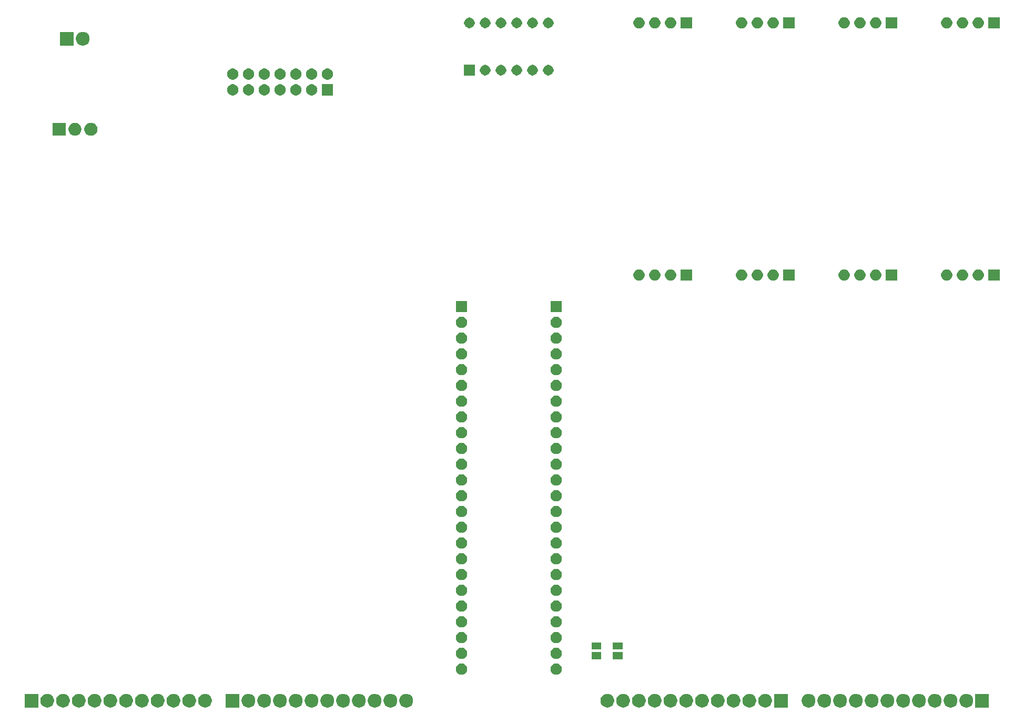
<source format=gbr>
G04 #@! TF.GenerationSoftware,KiCad,Pcbnew,(5.1.6-0-10_14)*
G04 #@! TF.CreationDate,2020-09-15T14:07:27+02:00*
G04 #@! TF.ProjectId,PM Artnet LED DMX,504d2041-7274-46e6-9574-204c45442044,rev?*
G04 #@! TF.SameCoordinates,Original*
G04 #@! TF.FileFunction,Soldermask,Bot*
G04 #@! TF.FilePolarity,Negative*
%FSLAX46Y46*%
G04 Gerber Fmt 4.6, Leading zero omitted, Abs format (unit mm)*
G04 Created by KiCad (PCBNEW (5.1.6-0-10_14)) date 2020-09-15 14:07:27*
%MOMM*%
%LPD*%
G01*
G04 APERTURE LIST*
%ADD10C,0.100000*%
G04 APERTURE END LIST*
D10*
G36*
X201126000Y-130006000D02*
G01*
X198924000Y-130006000D01*
X198924000Y-127804000D01*
X201126000Y-127804000D01*
X201126000Y-130006000D01*
G37*
G36*
X197699794Y-127825155D02*
G01*
X197806150Y-127846311D01*
X197906334Y-127887809D01*
X198006520Y-127929307D01*
X198186844Y-128049795D01*
X198340205Y-128203156D01*
X198460693Y-128383480D01*
X198543689Y-128583851D01*
X198586000Y-128796560D01*
X198586000Y-129013440D01*
X198543689Y-129226149D01*
X198460693Y-129426520D01*
X198340205Y-129606844D01*
X198186844Y-129760205D01*
X198006520Y-129880693D01*
X197806150Y-129963689D01*
X197699795Y-129984844D01*
X197593440Y-130006000D01*
X197376560Y-130006000D01*
X197270205Y-129984844D01*
X197163850Y-129963689D01*
X196963480Y-129880693D01*
X196783156Y-129760205D01*
X196629795Y-129606844D01*
X196509307Y-129426520D01*
X196426311Y-129226149D01*
X196384000Y-129013440D01*
X196384000Y-128796560D01*
X196426311Y-128583851D01*
X196509307Y-128383480D01*
X196629795Y-128203156D01*
X196783156Y-128049795D01*
X196963480Y-127929307D01*
X197063666Y-127887809D01*
X197163850Y-127846311D01*
X197270206Y-127825155D01*
X197376560Y-127804000D01*
X197593440Y-127804000D01*
X197699794Y-127825155D01*
G37*
G36*
X195159794Y-127825155D02*
G01*
X195266150Y-127846311D01*
X195366334Y-127887809D01*
X195466520Y-127929307D01*
X195646844Y-128049795D01*
X195800205Y-128203156D01*
X195920693Y-128383480D01*
X196003689Y-128583851D01*
X196046000Y-128796560D01*
X196046000Y-129013440D01*
X196003689Y-129226149D01*
X195920693Y-129426520D01*
X195800205Y-129606844D01*
X195646844Y-129760205D01*
X195466520Y-129880693D01*
X195266150Y-129963689D01*
X195159795Y-129984844D01*
X195053440Y-130006000D01*
X194836560Y-130006000D01*
X194730205Y-129984844D01*
X194623850Y-129963689D01*
X194423480Y-129880693D01*
X194243156Y-129760205D01*
X194089795Y-129606844D01*
X193969307Y-129426520D01*
X193886311Y-129226149D01*
X193844000Y-129013440D01*
X193844000Y-128796560D01*
X193886311Y-128583851D01*
X193969307Y-128383480D01*
X194089795Y-128203156D01*
X194243156Y-128049795D01*
X194423480Y-127929307D01*
X194523666Y-127887809D01*
X194623850Y-127846311D01*
X194730206Y-127825155D01*
X194836560Y-127804000D01*
X195053440Y-127804000D01*
X195159794Y-127825155D01*
G37*
G36*
X192619794Y-127825155D02*
G01*
X192726150Y-127846311D01*
X192826334Y-127887809D01*
X192926520Y-127929307D01*
X193106844Y-128049795D01*
X193260205Y-128203156D01*
X193380693Y-128383480D01*
X193463689Y-128583851D01*
X193506000Y-128796560D01*
X193506000Y-129013440D01*
X193463689Y-129226149D01*
X193380693Y-129426520D01*
X193260205Y-129606844D01*
X193106844Y-129760205D01*
X192926520Y-129880693D01*
X192726150Y-129963689D01*
X192619795Y-129984844D01*
X192513440Y-130006000D01*
X192296560Y-130006000D01*
X192190205Y-129984844D01*
X192083850Y-129963689D01*
X191883480Y-129880693D01*
X191703156Y-129760205D01*
X191549795Y-129606844D01*
X191429307Y-129426520D01*
X191346311Y-129226149D01*
X191304000Y-129013440D01*
X191304000Y-128796560D01*
X191346311Y-128583851D01*
X191429307Y-128383480D01*
X191549795Y-128203156D01*
X191703156Y-128049795D01*
X191883480Y-127929307D01*
X191983666Y-127887809D01*
X192083850Y-127846311D01*
X192190206Y-127825155D01*
X192296560Y-127804000D01*
X192513440Y-127804000D01*
X192619794Y-127825155D01*
G37*
G36*
X190079794Y-127825155D02*
G01*
X190186150Y-127846311D01*
X190286334Y-127887809D01*
X190386520Y-127929307D01*
X190566844Y-128049795D01*
X190720205Y-128203156D01*
X190840693Y-128383480D01*
X190923689Y-128583851D01*
X190966000Y-128796560D01*
X190966000Y-129013440D01*
X190923689Y-129226149D01*
X190840693Y-129426520D01*
X190720205Y-129606844D01*
X190566844Y-129760205D01*
X190386520Y-129880693D01*
X190186150Y-129963689D01*
X190079795Y-129984844D01*
X189973440Y-130006000D01*
X189756560Y-130006000D01*
X189650205Y-129984844D01*
X189543850Y-129963689D01*
X189343480Y-129880693D01*
X189163156Y-129760205D01*
X189009795Y-129606844D01*
X188889307Y-129426520D01*
X188806311Y-129226149D01*
X188764000Y-129013440D01*
X188764000Y-128796560D01*
X188806311Y-128583851D01*
X188889307Y-128383480D01*
X189009795Y-128203156D01*
X189163156Y-128049795D01*
X189343480Y-127929307D01*
X189443666Y-127887809D01*
X189543850Y-127846311D01*
X189650206Y-127825155D01*
X189756560Y-127804000D01*
X189973440Y-127804000D01*
X190079794Y-127825155D01*
G37*
G36*
X187539794Y-127825155D02*
G01*
X187646150Y-127846311D01*
X187746334Y-127887809D01*
X187846520Y-127929307D01*
X188026844Y-128049795D01*
X188180205Y-128203156D01*
X188300693Y-128383480D01*
X188383689Y-128583851D01*
X188426000Y-128796560D01*
X188426000Y-129013440D01*
X188383689Y-129226149D01*
X188300693Y-129426520D01*
X188180205Y-129606844D01*
X188026844Y-129760205D01*
X187846520Y-129880693D01*
X187646150Y-129963689D01*
X187539795Y-129984844D01*
X187433440Y-130006000D01*
X187216560Y-130006000D01*
X187110205Y-129984844D01*
X187003850Y-129963689D01*
X186803480Y-129880693D01*
X186623156Y-129760205D01*
X186469795Y-129606844D01*
X186349307Y-129426520D01*
X186266311Y-129226149D01*
X186224000Y-129013440D01*
X186224000Y-128796560D01*
X186266311Y-128583851D01*
X186349307Y-128383480D01*
X186469795Y-128203156D01*
X186623156Y-128049795D01*
X186803480Y-127929307D01*
X186903666Y-127887809D01*
X187003850Y-127846311D01*
X187110206Y-127825155D01*
X187216560Y-127804000D01*
X187433440Y-127804000D01*
X187539794Y-127825155D01*
G37*
G36*
X184999794Y-127825155D02*
G01*
X185106150Y-127846311D01*
X185206334Y-127887809D01*
X185306520Y-127929307D01*
X185486844Y-128049795D01*
X185640205Y-128203156D01*
X185760693Y-128383480D01*
X185843689Y-128583851D01*
X185886000Y-128796560D01*
X185886000Y-129013440D01*
X185843689Y-129226149D01*
X185760693Y-129426520D01*
X185640205Y-129606844D01*
X185486844Y-129760205D01*
X185306520Y-129880693D01*
X185106150Y-129963689D01*
X184999795Y-129984844D01*
X184893440Y-130006000D01*
X184676560Y-130006000D01*
X184570205Y-129984844D01*
X184463850Y-129963689D01*
X184263480Y-129880693D01*
X184083156Y-129760205D01*
X183929795Y-129606844D01*
X183809307Y-129426520D01*
X183726311Y-129226149D01*
X183684000Y-129013440D01*
X183684000Y-128796560D01*
X183726311Y-128583851D01*
X183809307Y-128383480D01*
X183929795Y-128203156D01*
X184083156Y-128049795D01*
X184263480Y-127929307D01*
X184363666Y-127887809D01*
X184463850Y-127846311D01*
X184570206Y-127825155D01*
X184676560Y-127804000D01*
X184893440Y-127804000D01*
X184999794Y-127825155D01*
G37*
G36*
X182459794Y-127825155D02*
G01*
X182566150Y-127846311D01*
X182666334Y-127887809D01*
X182766520Y-127929307D01*
X182946844Y-128049795D01*
X183100205Y-128203156D01*
X183220693Y-128383480D01*
X183303689Y-128583851D01*
X183346000Y-128796560D01*
X183346000Y-129013440D01*
X183303689Y-129226149D01*
X183220693Y-129426520D01*
X183100205Y-129606844D01*
X182946844Y-129760205D01*
X182766520Y-129880693D01*
X182566150Y-129963689D01*
X182459795Y-129984844D01*
X182353440Y-130006000D01*
X182136560Y-130006000D01*
X182030205Y-129984844D01*
X181923850Y-129963689D01*
X181723480Y-129880693D01*
X181543156Y-129760205D01*
X181389795Y-129606844D01*
X181269307Y-129426520D01*
X181186311Y-129226149D01*
X181144000Y-129013440D01*
X181144000Y-128796560D01*
X181186311Y-128583851D01*
X181269307Y-128383480D01*
X181389795Y-128203156D01*
X181543156Y-128049795D01*
X181723480Y-127929307D01*
X181823666Y-127887809D01*
X181923850Y-127846311D01*
X182030206Y-127825155D01*
X182136560Y-127804000D01*
X182353440Y-127804000D01*
X182459794Y-127825155D01*
G37*
G36*
X179919794Y-127825155D02*
G01*
X180026150Y-127846311D01*
X180126334Y-127887809D01*
X180226520Y-127929307D01*
X180406844Y-128049795D01*
X180560205Y-128203156D01*
X180680693Y-128383480D01*
X180763689Y-128583851D01*
X180806000Y-128796560D01*
X180806000Y-129013440D01*
X180763689Y-129226149D01*
X180680693Y-129426520D01*
X180560205Y-129606844D01*
X180406844Y-129760205D01*
X180226520Y-129880693D01*
X180026150Y-129963689D01*
X179919795Y-129984844D01*
X179813440Y-130006000D01*
X179596560Y-130006000D01*
X179490205Y-129984844D01*
X179383850Y-129963689D01*
X179183480Y-129880693D01*
X179003156Y-129760205D01*
X178849795Y-129606844D01*
X178729307Y-129426520D01*
X178646311Y-129226149D01*
X178604000Y-129013440D01*
X178604000Y-128796560D01*
X178646311Y-128583851D01*
X178729307Y-128383480D01*
X178849795Y-128203156D01*
X179003156Y-128049795D01*
X179183480Y-127929307D01*
X179283666Y-127887809D01*
X179383850Y-127846311D01*
X179490206Y-127825155D01*
X179596560Y-127804000D01*
X179813440Y-127804000D01*
X179919794Y-127825155D01*
G37*
G36*
X177379794Y-127825155D02*
G01*
X177486150Y-127846311D01*
X177586334Y-127887809D01*
X177686520Y-127929307D01*
X177866844Y-128049795D01*
X178020205Y-128203156D01*
X178140693Y-128383480D01*
X178223689Y-128583851D01*
X178266000Y-128796560D01*
X178266000Y-129013440D01*
X178223689Y-129226149D01*
X178140693Y-129426520D01*
X178020205Y-129606844D01*
X177866844Y-129760205D01*
X177686520Y-129880693D01*
X177486150Y-129963689D01*
X177379795Y-129984844D01*
X177273440Y-130006000D01*
X177056560Y-130006000D01*
X176950205Y-129984844D01*
X176843850Y-129963689D01*
X176643480Y-129880693D01*
X176463156Y-129760205D01*
X176309795Y-129606844D01*
X176189307Y-129426520D01*
X176106311Y-129226149D01*
X176064000Y-129013440D01*
X176064000Y-128796560D01*
X176106311Y-128583851D01*
X176189307Y-128383480D01*
X176309795Y-128203156D01*
X176463156Y-128049795D01*
X176643480Y-127929307D01*
X176743666Y-127887809D01*
X176843850Y-127846311D01*
X176950206Y-127825155D01*
X177056560Y-127804000D01*
X177273440Y-127804000D01*
X177379794Y-127825155D01*
G37*
G36*
X174839794Y-127825155D02*
G01*
X174946150Y-127846311D01*
X175046334Y-127887809D01*
X175146520Y-127929307D01*
X175326844Y-128049795D01*
X175480205Y-128203156D01*
X175600693Y-128383480D01*
X175683689Y-128583851D01*
X175726000Y-128796560D01*
X175726000Y-129013440D01*
X175683689Y-129226149D01*
X175600693Y-129426520D01*
X175480205Y-129606844D01*
X175326844Y-129760205D01*
X175146520Y-129880693D01*
X174946150Y-129963689D01*
X174839795Y-129984844D01*
X174733440Y-130006000D01*
X174516560Y-130006000D01*
X174410205Y-129984844D01*
X174303850Y-129963689D01*
X174103480Y-129880693D01*
X173923156Y-129760205D01*
X173769795Y-129606844D01*
X173649307Y-129426520D01*
X173566311Y-129226149D01*
X173524000Y-129013440D01*
X173524000Y-128796560D01*
X173566311Y-128583851D01*
X173649307Y-128383480D01*
X173769795Y-128203156D01*
X173923156Y-128049795D01*
X174103480Y-127929307D01*
X174203666Y-127887809D01*
X174303850Y-127846311D01*
X174410206Y-127825155D01*
X174516560Y-127804000D01*
X174733440Y-127804000D01*
X174839794Y-127825155D01*
G37*
G36*
X172299794Y-127825155D02*
G01*
X172406150Y-127846311D01*
X172506334Y-127887809D01*
X172606520Y-127929307D01*
X172786844Y-128049795D01*
X172940205Y-128203156D01*
X173060693Y-128383480D01*
X173143689Y-128583851D01*
X173186000Y-128796560D01*
X173186000Y-129013440D01*
X173143689Y-129226149D01*
X173060693Y-129426520D01*
X172940205Y-129606844D01*
X172786844Y-129760205D01*
X172606520Y-129880693D01*
X172406150Y-129963689D01*
X172299795Y-129984844D01*
X172193440Y-130006000D01*
X171976560Y-130006000D01*
X171870205Y-129984844D01*
X171763850Y-129963689D01*
X171563480Y-129880693D01*
X171383156Y-129760205D01*
X171229795Y-129606844D01*
X171109307Y-129426520D01*
X171026311Y-129226149D01*
X170984000Y-129013440D01*
X170984000Y-128796560D01*
X171026311Y-128583851D01*
X171109307Y-128383480D01*
X171229795Y-128203156D01*
X171383156Y-128049795D01*
X171563480Y-127929307D01*
X171663666Y-127887809D01*
X171763850Y-127846311D01*
X171870206Y-127825155D01*
X171976560Y-127804000D01*
X172193440Y-127804000D01*
X172299794Y-127825155D01*
G37*
G36*
X168741000Y-130006000D02*
G01*
X166539000Y-130006000D01*
X166539000Y-127804000D01*
X168741000Y-127804000D01*
X168741000Y-130006000D01*
G37*
G36*
X165314794Y-127825155D02*
G01*
X165421150Y-127846311D01*
X165521334Y-127887809D01*
X165621520Y-127929307D01*
X165801844Y-128049795D01*
X165955205Y-128203156D01*
X166075693Y-128383480D01*
X166158689Y-128583851D01*
X166201000Y-128796560D01*
X166201000Y-129013440D01*
X166158689Y-129226149D01*
X166075693Y-129426520D01*
X165955205Y-129606844D01*
X165801844Y-129760205D01*
X165621520Y-129880693D01*
X165421150Y-129963689D01*
X165314795Y-129984844D01*
X165208440Y-130006000D01*
X164991560Y-130006000D01*
X164885205Y-129984844D01*
X164778850Y-129963689D01*
X164578480Y-129880693D01*
X164398156Y-129760205D01*
X164244795Y-129606844D01*
X164124307Y-129426520D01*
X164041311Y-129226149D01*
X163999000Y-129013440D01*
X163999000Y-128796560D01*
X164041311Y-128583851D01*
X164124307Y-128383480D01*
X164244795Y-128203156D01*
X164398156Y-128049795D01*
X164578480Y-127929307D01*
X164678666Y-127887809D01*
X164778850Y-127846311D01*
X164885206Y-127825155D01*
X164991560Y-127804000D01*
X165208440Y-127804000D01*
X165314794Y-127825155D01*
G37*
G36*
X162774794Y-127825155D02*
G01*
X162881150Y-127846311D01*
X162981334Y-127887809D01*
X163081520Y-127929307D01*
X163261844Y-128049795D01*
X163415205Y-128203156D01*
X163535693Y-128383480D01*
X163618689Y-128583851D01*
X163661000Y-128796560D01*
X163661000Y-129013440D01*
X163618689Y-129226149D01*
X163535693Y-129426520D01*
X163415205Y-129606844D01*
X163261844Y-129760205D01*
X163081520Y-129880693D01*
X162881150Y-129963689D01*
X162774795Y-129984844D01*
X162668440Y-130006000D01*
X162451560Y-130006000D01*
X162345205Y-129984844D01*
X162238850Y-129963689D01*
X162038480Y-129880693D01*
X161858156Y-129760205D01*
X161704795Y-129606844D01*
X161584307Y-129426520D01*
X161501311Y-129226149D01*
X161459000Y-129013440D01*
X161459000Y-128796560D01*
X161501311Y-128583851D01*
X161584307Y-128383480D01*
X161704795Y-128203156D01*
X161858156Y-128049795D01*
X162038480Y-127929307D01*
X162138666Y-127887809D01*
X162238850Y-127846311D01*
X162345206Y-127825155D01*
X162451560Y-127804000D01*
X162668440Y-127804000D01*
X162774794Y-127825155D01*
G37*
G36*
X160234794Y-127825155D02*
G01*
X160341150Y-127846311D01*
X160441334Y-127887809D01*
X160541520Y-127929307D01*
X160721844Y-128049795D01*
X160875205Y-128203156D01*
X160995693Y-128383480D01*
X161078689Y-128583851D01*
X161121000Y-128796560D01*
X161121000Y-129013440D01*
X161078689Y-129226149D01*
X160995693Y-129426520D01*
X160875205Y-129606844D01*
X160721844Y-129760205D01*
X160541520Y-129880693D01*
X160341150Y-129963689D01*
X160234795Y-129984844D01*
X160128440Y-130006000D01*
X159911560Y-130006000D01*
X159805205Y-129984844D01*
X159698850Y-129963689D01*
X159498480Y-129880693D01*
X159318156Y-129760205D01*
X159164795Y-129606844D01*
X159044307Y-129426520D01*
X158961311Y-129226149D01*
X158919000Y-129013440D01*
X158919000Y-128796560D01*
X158961311Y-128583851D01*
X159044307Y-128383480D01*
X159164795Y-128203156D01*
X159318156Y-128049795D01*
X159498480Y-127929307D01*
X159598666Y-127887809D01*
X159698850Y-127846311D01*
X159805206Y-127825155D01*
X159911560Y-127804000D01*
X160128440Y-127804000D01*
X160234794Y-127825155D01*
G37*
G36*
X157694794Y-127825155D02*
G01*
X157801150Y-127846311D01*
X157901334Y-127887809D01*
X158001520Y-127929307D01*
X158181844Y-128049795D01*
X158335205Y-128203156D01*
X158455693Y-128383480D01*
X158538689Y-128583851D01*
X158581000Y-128796560D01*
X158581000Y-129013440D01*
X158538689Y-129226149D01*
X158455693Y-129426520D01*
X158335205Y-129606844D01*
X158181844Y-129760205D01*
X158001520Y-129880693D01*
X157801150Y-129963689D01*
X157694795Y-129984844D01*
X157588440Y-130006000D01*
X157371560Y-130006000D01*
X157265205Y-129984844D01*
X157158850Y-129963689D01*
X156958480Y-129880693D01*
X156778156Y-129760205D01*
X156624795Y-129606844D01*
X156504307Y-129426520D01*
X156421311Y-129226149D01*
X156379000Y-129013440D01*
X156379000Y-128796560D01*
X156421311Y-128583851D01*
X156504307Y-128383480D01*
X156624795Y-128203156D01*
X156778156Y-128049795D01*
X156958480Y-127929307D01*
X157058666Y-127887809D01*
X157158850Y-127846311D01*
X157265206Y-127825155D01*
X157371560Y-127804000D01*
X157588440Y-127804000D01*
X157694794Y-127825155D01*
G37*
G36*
X155154794Y-127825155D02*
G01*
X155261150Y-127846311D01*
X155361334Y-127887809D01*
X155461520Y-127929307D01*
X155641844Y-128049795D01*
X155795205Y-128203156D01*
X155915693Y-128383480D01*
X155998689Y-128583851D01*
X156041000Y-128796560D01*
X156041000Y-129013440D01*
X155998689Y-129226149D01*
X155915693Y-129426520D01*
X155795205Y-129606844D01*
X155641844Y-129760205D01*
X155461520Y-129880693D01*
X155261150Y-129963689D01*
X155154795Y-129984844D01*
X155048440Y-130006000D01*
X154831560Y-130006000D01*
X154725205Y-129984844D01*
X154618850Y-129963689D01*
X154418480Y-129880693D01*
X154238156Y-129760205D01*
X154084795Y-129606844D01*
X153964307Y-129426520D01*
X153881311Y-129226149D01*
X153839000Y-129013440D01*
X153839000Y-128796560D01*
X153881311Y-128583851D01*
X153964307Y-128383480D01*
X154084795Y-128203156D01*
X154238156Y-128049795D01*
X154418480Y-127929307D01*
X154518666Y-127887809D01*
X154618850Y-127846311D01*
X154725206Y-127825155D01*
X154831560Y-127804000D01*
X155048440Y-127804000D01*
X155154794Y-127825155D01*
G37*
G36*
X152614794Y-127825155D02*
G01*
X152721150Y-127846311D01*
X152821334Y-127887809D01*
X152921520Y-127929307D01*
X153101844Y-128049795D01*
X153255205Y-128203156D01*
X153375693Y-128383480D01*
X153458689Y-128583851D01*
X153501000Y-128796560D01*
X153501000Y-129013440D01*
X153458689Y-129226149D01*
X153375693Y-129426520D01*
X153255205Y-129606844D01*
X153101844Y-129760205D01*
X152921520Y-129880693D01*
X152721150Y-129963689D01*
X152614795Y-129984844D01*
X152508440Y-130006000D01*
X152291560Y-130006000D01*
X152185205Y-129984844D01*
X152078850Y-129963689D01*
X151878480Y-129880693D01*
X151698156Y-129760205D01*
X151544795Y-129606844D01*
X151424307Y-129426520D01*
X151341311Y-129226149D01*
X151299000Y-129013440D01*
X151299000Y-128796560D01*
X151341311Y-128583851D01*
X151424307Y-128383480D01*
X151544795Y-128203156D01*
X151698156Y-128049795D01*
X151878480Y-127929307D01*
X151978666Y-127887809D01*
X152078850Y-127846311D01*
X152185206Y-127825155D01*
X152291560Y-127804000D01*
X152508440Y-127804000D01*
X152614794Y-127825155D01*
G37*
G36*
X150074794Y-127825155D02*
G01*
X150181150Y-127846311D01*
X150281334Y-127887809D01*
X150381520Y-127929307D01*
X150561844Y-128049795D01*
X150715205Y-128203156D01*
X150835693Y-128383480D01*
X150918689Y-128583851D01*
X150961000Y-128796560D01*
X150961000Y-129013440D01*
X150918689Y-129226149D01*
X150835693Y-129426520D01*
X150715205Y-129606844D01*
X150561844Y-129760205D01*
X150381520Y-129880693D01*
X150181150Y-129963689D01*
X150074795Y-129984844D01*
X149968440Y-130006000D01*
X149751560Y-130006000D01*
X149645205Y-129984844D01*
X149538850Y-129963689D01*
X149338480Y-129880693D01*
X149158156Y-129760205D01*
X149004795Y-129606844D01*
X148884307Y-129426520D01*
X148801311Y-129226149D01*
X148759000Y-129013440D01*
X148759000Y-128796560D01*
X148801311Y-128583851D01*
X148884307Y-128383480D01*
X149004795Y-128203156D01*
X149158156Y-128049795D01*
X149338480Y-127929307D01*
X149438666Y-127887809D01*
X149538850Y-127846311D01*
X149645206Y-127825155D01*
X149751560Y-127804000D01*
X149968440Y-127804000D01*
X150074794Y-127825155D01*
G37*
G36*
X147534794Y-127825155D02*
G01*
X147641150Y-127846311D01*
X147741334Y-127887809D01*
X147841520Y-127929307D01*
X148021844Y-128049795D01*
X148175205Y-128203156D01*
X148295693Y-128383480D01*
X148378689Y-128583851D01*
X148421000Y-128796560D01*
X148421000Y-129013440D01*
X148378689Y-129226149D01*
X148295693Y-129426520D01*
X148175205Y-129606844D01*
X148021844Y-129760205D01*
X147841520Y-129880693D01*
X147641150Y-129963689D01*
X147534795Y-129984844D01*
X147428440Y-130006000D01*
X147211560Y-130006000D01*
X147105205Y-129984844D01*
X146998850Y-129963689D01*
X146798480Y-129880693D01*
X146618156Y-129760205D01*
X146464795Y-129606844D01*
X146344307Y-129426520D01*
X146261311Y-129226149D01*
X146219000Y-129013440D01*
X146219000Y-128796560D01*
X146261311Y-128583851D01*
X146344307Y-128383480D01*
X146464795Y-128203156D01*
X146618156Y-128049795D01*
X146798480Y-127929307D01*
X146898666Y-127887809D01*
X146998850Y-127846311D01*
X147105206Y-127825155D01*
X147211560Y-127804000D01*
X147428440Y-127804000D01*
X147534794Y-127825155D01*
G37*
G36*
X144994794Y-127825155D02*
G01*
X145101150Y-127846311D01*
X145201334Y-127887809D01*
X145301520Y-127929307D01*
X145481844Y-128049795D01*
X145635205Y-128203156D01*
X145755693Y-128383480D01*
X145838689Y-128583851D01*
X145881000Y-128796560D01*
X145881000Y-129013440D01*
X145838689Y-129226149D01*
X145755693Y-129426520D01*
X145635205Y-129606844D01*
X145481844Y-129760205D01*
X145301520Y-129880693D01*
X145101150Y-129963689D01*
X144994795Y-129984844D01*
X144888440Y-130006000D01*
X144671560Y-130006000D01*
X144565205Y-129984844D01*
X144458850Y-129963689D01*
X144258480Y-129880693D01*
X144078156Y-129760205D01*
X143924795Y-129606844D01*
X143804307Y-129426520D01*
X143721311Y-129226149D01*
X143679000Y-129013440D01*
X143679000Y-128796560D01*
X143721311Y-128583851D01*
X143804307Y-128383480D01*
X143924795Y-128203156D01*
X144078156Y-128049795D01*
X144258480Y-127929307D01*
X144358666Y-127887809D01*
X144458850Y-127846311D01*
X144565206Y-127825155D01*
X144671560Y-127804000D01*
X144888440Y-127804000D01*
X144994794Y-127825155D01*
G37*
G36*
X142454794Y-127825155D02*
G01*
X142561150Y-127846311D01*
X142661334Y-127887809D01*
X142761520Y-127929307D01*
X142941844Y-128049795D01*
X143095205Y-128203156D01*
X143215693Y-128383480D01*
X143298689Y-128583851D01*
X143341000Y-128796560D01*
X143341000Y-129013440D01*
X143298689Y-129226149D01*
X143215693Y-129426520D01*
X143095205Y-129606844D01*
X142941844Y-129760205D01*
X142761520Y-129880693D01*
X142561150Y-129963689D01*
X142454795Y-129984844D01*
X142348440Y-130006000D01*
X142131560Y-130006000D01*
X142025205Y-129984844D01*
X141918850Y-129963689D01*
X141718480Y-129880693D01*
X141538156Y-129760205D01*
X141384795Y-129606844D01*
X141264307Y-129426520D01*
X141181311Y-129226149D01*
X141139000Y-129013440D01*
X141139000Y-128796560D01*
X141181311Y-128583851D01*
X141264307Y-128383480D01*
X141384795Y-128203156D01*
X141538156Y-128049795D01*
X141718480Y-127929307D01*
X141818666Y-127887809D01*
X141918850Y-127846311D01*
X142025206Y-127825155D01*
X142131560Y-127804000D01*
X142348440Y-127804000D01*
X142454794Y-127825155D01*
G37*
G36*
X139914794Y-127825155D02*
G01*
X140021150Y-127846311D01*
X140121334Y-127887809D01*
X140221520Y-127929307D01*
X140401844Y-128049795D01*
X140555205Y-128203156D01*
X140675693Y-128383480D01*
X140758689Y-128583851D01*
X140801000Y-128796560D01*
X140801000Y-129013440D01*
X140758689Y-129226149D01*
X140675693Y-129426520D01*
X140555205Y-129606844D01*
X140401844Y-129760205D01*
X140221520Y-129880693D01*
X140021150Y-129963689D01*
X139914795Y-129984844D01*
X139808440Y-130006000D01*
X139591560Y-130006000D01*
X139485205Y-129984844D01*
X139378850Y-129963689D01*
X139178480Y-129880693D01*
X138998156Y-129760205D01*
X138844795Y-129606844D01*
X138724307Y-129426520D01*
X138641311Y-129226149D01*
X138599000Y-129013440D01*
X138599000Y-128796560D01*
X138641311Y-128583851D01*
X138724307Y-128383480D01*
X138844795Y-128203156D01*
X138998156Y-128049795D01*
X139178480Y-127929307D01*
X139278666Y-127887809D01*
X139378850Y-127846311D01*
X139485206Y-127825155D01*
X139591560Y-127804000D01*
X139808440Y-127804000D01*
X139914794Y-127825155D01*
G37*
G36*
X107529794Y-127825155D02*
G01*
X107636150Y-127846311D01*
X107736334Y-127887809D01*
X107836520Y-127929307D01*
X108016844Y-128049795D01*
X108170205Y-128203156D01*
X108290693Y-128383480D01*
X108373689Y-128583851D01*
X108416000Y-128796560D01*
X108416000Y-129013440D01*
X108373689Y-129226149D01*
X108290693Y-129426520D01*
X108170205Y-129606844D01*
X108016844Y-129760205D01*
X107836520Y-129880693D01*
X107636150Y-129963689D01*
X107529795Y-129984844D01*
X107423440Y-130006000D01*
X107206560Y-130006000D01*
X107100205Y-129984844D01*
X106993850Y-129963689D01*
X106793480Y-129880693D01*
X106613156Y-129760205D01*
X106459795Y-129606844D01*
X106339307Y-129426520D01*
X106256311Y-129226149D01*
X106214000Y-129013440D01*
X106214000Y-128796560D01*
X106256311Y-128583851D01*
X106339307Y-128383480D01*
X106459795Y-128203156D01*
X106613156Y-128049795D01*
X106793480Y-127929307D01*
X106893666Y-127887809D01*
X106993850Y-127846311D01*
X107100206Y-127825155D01*
X107206560Y-127804000D01*
X107423440Y-127804000D01*
X107529794Y-127825155D01*
G37*
G36*
X104989794Y-127825155D02*
G01*
X105096150Y-127846311D01*
X105196334Y-127887809D01*
X105296520Y-127929307D01*
X105476844Y-128049795D01*
X105630205Y-128203156D01*
X105750693Y-128383480D01*
X105833689Y-128583851D01*
X105876000Y-128796560D01*
X105876000Y-129013440D01*
X105833689Y-129226149D01*
X105750693Y-129426520D01*
X105630205Y-129606844D01*
X105476844Y-129760205D01*
X105296520Y-129880693D01*
X105096150Y-129963689D01*
X104989795Y-129984844D01*
X104883440Y-130006000D01*
X104666560Y-130006000D01*
X104560205Y-129984844D01*
X104453850Y-129963689D01*
X104253480Y-129880693D01*
X104073156Y-129760205D01*
X103919795Y-129606844D01*
X103799307Y-129426520D01*
X103716311Y-129226149D01*
X103674000Y-129013440D01*
X103674000Y-128796560D01*
X103716311Y-128583851D01*
X103799307Y-128383480D01*
X103919795Y-128203156D01*
X104073156Y-128049795D01*
X104253480Y-127929307D01*
X104353666Y-127887809D01*
X104453850Y-127846311D01*
X104560206Y-127825155D01*
X104666560Y-127804000D01*
X104883440Y-127804000D01*
X104989794Y-127825155D01*
G37*
G36*
X102449794Y-127825155D02*
G01*
X102556150Y-127846311D01*
X102656334Y-127887809D01*
X102756520Y-127929307D01*
X102936844Y-128049795D01*
X103090205Y-128203156D01*
X103210693Y-128383480D01*
X103293689Y-128583851D01*
X103336000Y-128796560D01*
X103336000Y-129013440D01*
X103293689Y-129226149D01*
X103210693Y-129426520D01*
X103090205Y-129606844D01*
X102936844Y-129760205D01*
X102756520Y-129880693D01*
X102556150Y-129963689D01*
X102449795Y-129984844D01*
X102343440Y-130006000D01*
X102126560Y-130006000D01*
X102020205Y-129984844D01*
X101913850Y-129963689D01*
X101713480Y-129880693D01*
X101533156Y-129760205D01*
X101379795Y-129606844D01*
X101259307Y-129426520D01*
X101176311Y-129226149D01*
X101134000Y-129013440D01*
X101134000Y-128796560D01*
X101176311Y-128583851D01*
X101259307Y-128383480D01*
X101379795Y-128203156D01*
X101533156Y-128049795D01*
X101713480Y-127929307D01*
X101813666Y-127887809D01*
X101913850Y-127846311D01*
X102020206Y-127825155D01*
X102126560Y-127804000D01*
X102343440Y-127804000D01*
X102449794Y-127825155D01*
G37*
G36*
X99909794Y-127825155D02*
G01*
X100016150Y-127846311D01*
X100116334Y-127887809D01*
X100216520Y-127929307D01*
X100396844Y-128049795D01*
X100550205Y-128203156D01*
X100670693Y-128383480D01*
X100753689Y-128583851D01*
X100796000Y-128796560D01*
X100796000Y-129013440D01*
X100753689Y-129226149D01*
X100670693Y-129426520D01*
X100550205Y-129606844D01*
X100396844Y-129760205D01*
X100216520Y-129880693D01*
X100016150Y-129963689D01*
X99909795Y-129984844D01*
X99803440Y-130006000D01*
X99586560Y-130006000D01*
X99480205Y-129984844D01*
X99373850Y-129963689D01*
X99173480Y-129880693D01*
X98993156Y-129760205D01*
X98839795Y-129606844D01*
X98719307Y-129426520D01*
X98636311Y-129226149D01*
X98594000Y-129013440D01*
X98594000Y-128796560D01*
X98636311Y-128583851D01*
X98719307Y-128383480D01*
X98839795Y-128203156D01*
X98993156Y-128049795D01*
X99173480Y-127929307D01*
X99273666Y-127887809D01*
X99373850Y-127846311D01*
X99480206Y-127825155D01*
X99586560Y-127804000D01*
X99803440Y-127804000D01*
X99909794Y-127825155D01*
G37*
G36*
X97369794Y-127825155D02*
G01*
X97476150Y-127846311D01*
X97576334Y-127887809D01*
X97676520Y-127929307D01*
X97856844Y-128049795D01*
X98010205Y-128203156D01*
X98130693Y-128383480D01*
X98213689Y-128583851D01*
X98256000Y-128796560D01*
X98256000Y-129013440D01*
X98213689Y-129226149D01*
X98130693Y-129426520D01*
X98010205Y-129606844D01*
X97856844Y-129760205D01*
X97676520Y-129880693D01*
X97476150Y-129963689D01*
X97369795Y-129984844D01*
X97263440Y-130006000D01*
X97046560Y-130006000D01*
X96940205Y-129984844D01*
X96833850Y-129963689D01*
X96633480Y-129880693D01*
X96453156Y-129760205D01*
X96299795Y-129606844D01*
X96179307Y-129426520D01*
X96096311Y-129226149D01*
X96054000Y-129013440D01*
X96054000Y-128796560D01*
X96096311Y-128583851D01*
X96179307Y-128383480D01*
X96299795Y-128203156D01*
X96453156Y-128049795D01*
X96633480Y-127929307D01*
X96733666Y-127887809D01*
X96833850Y-127846311D01*
X96940206Y-127825155D01*
X97046560Y-127804000D01*
X97263440Y-127804000D01*
X97369794Y-127825155D01*
G37*
G36*
X94829794Y-127825155D02*
G01*
X94936150Y-127846311D01*
X95036334Y-127887809D01*
X95136520Y-127929307D01*
X95316844Y-128049795D01*
X95470205Y-128203156D01*
X95590693Y-128383480D01*
X95673689Y-128583851D01*
X95716000Y-128796560D01*
X95716000Y-129013440D01*
X95673689Y-129226149D01*
X95590693Y-129426520D01*
X95470205Y-129606844D01*
X95316844Y-129760205D01*
X95136520Y-129880693D01*
X94936150Y-129963689D01*
X94829795Y-129984844D01*
X94723440Y-130006000D01*
X94506560Y-130006000D01*
X94400205Y-129984844D01*
X94293850Y-129963689D01*
X94093480Y-129880693D01*
X93913156Y-129760205D01*
X93759795Y-129606844D01*
X93639307Y-129426520D01*
X93556311Y-129226149D01*
X93514000Y-129013440D01*
X93514000Y-128796560D01*
X93556311Y-128583851D01*
X93639307Y-128383480D01*
X93759795Y-128203156D01*
X93913156Y-128049795D01*
X94093480Y-127929307D01*
X94193666Y-127887809D01*
X94293850Y-127846311D01*
X94400206Y-127825155D01*
X94506560Y-127804000D01*
X94723440Y-127804000D01*
X94829794Y-127825155D01*
G37*
G36*
X92289794Y-127825155D02*
G01*
X92396150Y-127846311D01*
X92496334Y-127887809D01*
X92596520Y-127929307D01*
X92776844Y-128049795D01*
X92930205Y-128203156D01*
X93050693Y-128383480D01*
X93133689Y-128583851D01*
X93176000Y-128796560D01*
X93176000Y-129013440D01*
X93133689Y-129226149D01*
X93050693Y-129426520D01*
X92930205Y-129606844D01*
X92776844Y-129760205D01*
X92596520Y-129880693D01*
X92396150Y-129963689D01*
X92289795Y-129984844D01*
X92183440Y-130006000D01*
X91966560Y-130006000D01*
X91860205Y-129984844D01*
X91753850Y-129963689D01*
X91553480Y-129880693D01*
X91373156Y-129760205D01*
X91219795Y-129606844D01*
X91099307Y-129426520D01*
X91016311Y-129226149D01*
X90974000Y-129013440D01*
X90974000Y-128796560D01*
X91016311Y-128583851D01*
X91099307Y-128383480D01*
X91219795Y-128203156D01*
X91373156Y-128049795D01*
X91553480Y-127929307D01*
X91653666Y-127887809D01*
X91753850Y-127846311D01*
X91860206Y-127825155D01*
X91966560Y-127804000D01*
X92183440Y-127804000D01*
X92289794Y-127825155D01*
G37*
G36*
X89749794Y-127825155D02*
G01*
X89856150Y-127846311D01*
X89956334Y-127887809D01*
X90056520Y-127929307D01*
X90236844Y-128049795D01*
X90390205Y-128203156D01*
X90510693Y-128383480D01*
X90593689Y-128583851D01*
X90636000Y-128796560D01*
X90636000Y-129013440D01*
X90593689Y-129226149D01*
X90510693Y-129426520D01*
X90390205Y-129606844D01*
X90236844Y-129760205D01*
X90056520Y-129880693D01*
X89856150Y-129963689D01*
X89749795Y-129984844D01*
X89643440Y-130006000D01*
X89426560Y-130006000D01*
X89320205Y-129984844D01*
X89213850Y-129963689D01*
X89013480Y-129880693D01*
X88833156Y-129760205D01*
X88679795Y-129606844D01*
X88559307Y-129426520D01*
X88476311Y-129226149D01*
X88434000Y-129013440D01*
X88434000Y-128796560D01*
X88476311Y-128583851D01*
X88559307Y-128383480D01*
X88679795Y-128203156D01*
X88833156Y-128049795D01*
X89013480Y-127929307D01*
X89113666Y-127887809D01*
X89213850Y-127846311D01*
X89320206Y-127825155D01*
X89426560Y-127804000D01*
X89643440Y-127804000D01*
X89749794Y-127825155D01*
G37*
G36*
X87209794Y-127825155D02*
G01*
X87316150Y-127846311D01*
X87416334Y-127887809D01*
X87516520Y-127929307D01*
X87696844Y-128049795D01*
X87850205Y-128203156D01*
X87970693Y-128383480D01*
X88053689Y-128583851D01*
X88096000Y-128796560D01*
X88096000Y-129013440D01*
X88053689Y-129226149D01*
X87970693Y-129426520D01*
X87850205Y-129606844D01*
X87696844Y-129760205D01*
X87516520Y-129880693D01*
X87316150Y-129963689D01*
X87209795Y-129984844D01*
X87103440Y-130006000D01*
X86886560Y-130006000D01*
X86780205Y-129984844D01*
X86673850Y-129963689D01*
X86473480Y-129880693D01*
X86293156Y-129760205D01*
X86139795Y-129606844D01*
X86019307Y-129426520D01*
X85936311Y-129226149D01*
X85894000Y-129013440D01*
X85894000Y-128796560D01*
X85936311Y-128583851D01*
X86019307Y-128383480D01*
X86139795Y-128203156D01*
X86293156Y-128049795D01*
X86473480Y-127929307D01*
X86573666Y-127887809D01*
X86673850Y-127846311D01*
X86780206Y-127825155D01*
X86886560Y-127804000D01*
X87103440Y-127804000D01*
X87209794Y-127825155D01*
G37*
G36*
X84669794Y-127825155D02*
G01*
X84776150Y-127846311D01*
X84876334Y-127887809D01*
X84976520Y-127929307D01*
X85156844Y-128049795D01*
X85310205Y-128203156D01*
X85430693Y-128383480D01*
X85513689Y-128583851D01*
X85556000Y-128796560D01*
X85556000Y-129013440D01*
X85513689Y-129226149D01*
X85430693Y-129426520D01*
X85310205Y-129606844D01*
X85156844Y-129760205D01*
X84976520Y-129880693D01*
X84776150Y-129963689D01*
X84669795Y-129984844D01*
X84563440Y-130006000D01*
X84346560Y-130006000D01*
X84240205Y-129984844D01*
X84133850Y-129963689D01*
X83933480Y-129880693D01*
X83753156Y-129760205D01*
X83599795Y-129606844D01*
X83479307Y-129426520D01*
X83396311Y-129226149D01*
X83354000Y-129013440D01*
X83354000Y-128796560D01*
X83396311Y-128583851D01*
X83479307Y-128383480D01*
X83599795Y-128203156D01*
X83753156Y-128049795D01*
X83933480Y-127929307D01*
X84033666Y-127887809D01*
X84133850Y-127846311D01*
X84240206Y-127825155D01*
X84346560Y-127804000D01*
X84563440Y-127804000D01*
X84669794Y-127825155D01*
G37*
G36*
X82129794Y-127825155D02*
G01*
X82236150Y-127846311D01*
X82336334Y-127887809D01*
X82436520Y-127929307D01*
X82616844Y-128049795D01*
X82770205Y-128203156D01*
X82890693Y-128383480D01*
X82973689Y-128583851D01*
X83016000Y-128796560D01*
X83016000Y-129013440D01*
X82973689Y-129226149D01*
X82890693Y-129426520D01*
X82770205Y-129606844D01*
X82616844Y-129760205D01*
X82436520Y-129880693D01*
X82236150Y-129963689D01*
X82129795Y-129984844D01*
X82023440Y-130006000D01*
X81806560Y-130006000D01*
X81700205Y-129984844D01*
X81593850Y-129963689D01*
X81393480Y-129880693D01*
X81213156Y-129760205D01*
X81059795Y-129606844D01*
X80939307Y-129426520D01*
X80856311Y-129226149D01*
X80814000Y-129013440D01*
X80814000Y-128796560D01*
X80856311Y-128583851D01*
X80939307Y-128383480D01*
X81059795Y-128203156D01*
X81213156Y-128049795D01*
X81393480Y-127929307D01*
X81493666Y-127887809D01*
X81593850Y-127846311D01*
X81700206Y-127825155D01*
X81806560Y-127804000D01*
X82023440Y-127804000D01*
X82129794Y-127825155D01*
G37*
G36*
X80476000Y-130006000D02*
G01*
X78274000Y-130006000D01*
X78274000Y-127804000D01*
X80476000Y-127804000D01*
X80476000Y-130006000D01*
G37*
G36*
X75144794Y-127825155D02*
G01*
X75251150Y-127846311D01*
X75351334Y-127887809D01*
X75451520Y-127929307D01*
X75631844Y-128049795D01*
X75785205Y-128203156D01*
X75905693Y-128383480D01*
X75988689Y-128583851D01*
X76031000Y-128796560D01*
X76031000Y-129013440D01*
X75988689Y-129226149D01*
X75905693Y-129426520D01*
X75785205Y-129606844D01*
X75631844Y-129760205D01*
X75451520Y-129880693D01*
X75251150Y-129963689D01*
X75144795Y-129984844D01*
X75038440Y-130006000D01*
X74821560Y-130006000D01*
X74715205Y-129984844D01*
X74608850Y-129963689D01*
X74408480Y-129880693D01*
X74228156Y-129760205D01*
X74074795Y-129606844D01*
X73954307Y-129426520D01*
X73871311Y-129226149D01*
X73829000Y-129013440D01*
X73829000Y-128796560D01*
X73871311Y-128583851D01*
X73954307Y-128383480D01*
X74074795Y-128203156D01*
X74228156Y-128049795D01*
X74408480Y-127929307D01*
X74508666Y-127887809D01*
X74608850Y-127846311D01*
X74715206Y-127825155D01*
X74821560Y-127804000D01*
X75038440Y-127804000D01*
X75144794Y-127825155D01*
G37*
G36*
X72604794Y-127825155D02*
G01*
X72711150Y-127846311D01*
X72811334Y-127887809D01*
X72911520Y-127929307D01*
X73091844Y-128049795D01*
X73245205Y-128203156D01*
X73365693Y-128383480D01*
X73448689Y-128583851D01*
X73491000Y-128796560D01*
X73491000Y-129013440D01*
X73448689Y-129226149D01*
X73365693Y-129426520D01*
X73245205Y-129606844D01*
X73091844Y-129760205D01*
X72911520Y-129880693D01*
X72711150Y-129963689D01*
X72604795Y-129984844D01*
X72498440Y-130006000D01*
X72281560Y-130006000D01*
X72175205Y-129984844D01*
X72068850Y-129963689D01*
X71868480Y-129880693D01*
X71688156Y-129760205D01*
X71534795Y-129606844D01*
X71414307Y-129426520D01*
X71331311Y-129226149D01*
X71289000Y-129013440D01*
X71289000Y-128796560D01*
X71331311Y-128583851D01*
X71414307Y-128383480D01*
X71534795Y-128203156D01*
X71688156Y-128049795D01*
X71868480Y-127929307D01*
X71968666Y-127887809D01*
X72068850Y-127846311D01*
X72175206Y-127825155D01*
X72281560Y-127804000D01*
X72498440Y-127804000D01*
X72604794Y-127825155D01*
G37*
G36*
X70064794Y-127825155D02*
G01*
X70171150Y-127846311D01*
X70271334Y-127887809D01*
X70371520Y-127929307D01*
X70551844Y-128049795D01*
X70705205Y-128203156D01*
X70825693Y-128383480D01*
X70908689Y-128583851D01*
X70951000Y-128796560D01*
X70951000Y-129013440D01*
X70908689Y-129226149D01*
X70825693Y-129426520D01*
X70705205Y-129606844D01*
X70551844Y-129760205D01*
X70371520Y-129880693D01*
X70171150Y-129963689D01*
X70064795Y-129984844D01*
X69958440Y-130006000D01*
X69741560Y-130006000D01*
X69635205Y-129984844D01*
X69528850Y-129963689D01*
X69328480Y-129880693D01*
X69148156Y-129760205D01*
X68994795Y-129606844D01*
X68874307Y-129426520D01*
X68791311Y-129226149D01*
X68749000Y-129013440D01*
X68749000Y-128796560D01*
X68791311Y-128583851D01*
X68874307Y-128383480D01*
X68994795Y-128203156D01*
X69148156Y-128049795D01*
X69328480Y-127929307D01*
X69428666Y-127887809D01*
X69528850Y-127846311D01*
X69635206Y-127825155D01*
X69741560Y-127804000D01*
X69958440Y-127804000D01*
X70064794Y-127825155D01*
G37*
G36*
X67524794Y-127825155D02*
G01*
X67631150Y-127846311D01*
X67731334Y-127887809D01*
X67831520Y-127929307D01*
X68011844Y-128049795D01*
X68165205Y-128203156D01*
X68285693Y-128383480D01*
X68368689Y-128583851D01*
X68411000Y-128796560D01*
X68411000Y-129013440D01*
X68368689Y-129226149D01*
X68285693Y-129426520D01*
X68165205Y-129606844D01*
X68011844Y-129760205D01*
X67831520Y-129880693D01*
X67631150Y-129963689D01*
X67524795Y-129984844D01*
X67418440Y-130006000D01*
X67201560Y-130006000D01*
X67095205Y-129984844D01*
X66988850Y-129963689D01*
X66788480Y-129880693D01*
X66608156Y-129760205D01*
X66454795Y-129606844D01*
X66334307Y-129426520D01*
X66251311Y-129226149D01*
X66209000Y-129013440D01*
X66209000Y-128796560D01*
X66251311Y-128583851D01*
X66334307Y-128383480D01*
X66454795Y-128203156D01*
X66608156Y-128049795D01*
X66788480Y-127929307D01*
X66888666Y-127887809D01*
X66988850Y-127846311D01*
X67095206Y-127825155D01*
X67201560Y-127804000D01*
X67418440Y-127804000D01*
X67524794Y-127825155D01*
G37*
G36*
X64984794Y-127825155D02*
G01*
X65091150Y-127846311D01*
X65191334Y-127887809D01*
X65291520Y-127929307D01*
X65471844Y-128049795D01*
X65625205Y-128203156D01*
X65745693Y-128383480D01*
X65828689Y-128583851D01*
X65871000Y-128796560D01*
X65871000Y-129013440D01*
X65828689Y-129226149D01*
X65745693Y-129426520D01*
X65625205Y-129606844D01*
X65471844Y-129760205D01*
X65291520Y-129880693D01*
X65091150Y-129963689D01*
X64984795Y-129984844D01*
X64878440Y-130006000D01*
X64661560Y-130006000D01*
X64555205Y-129984844D01*
X64448850Y-129963689D01*
X64248480Y-129880693D01*
X64068156Y-129760205D01*
X63914795Y-129606844D01*
X63794307Y-129426520D01*
X63711311Y-129226149D01*
X63669000Y-129013440D01*
X63669000Y-128796560D01*
X63711311Y-128583851D01*
X63794307Y-128383480D01*
X63914795Y-128203156D01*
X64068156Y-128049795D01*
X64248480Y-127929307D01*
X64348666Y-127887809D01*
X64448850Y-127846311D01*
X64555206Y-127825155D01*
X64661560Y-127804000D01*
X64878440Y-127804000D01*
X64984794Y-127825155D01*
G37*
G36*
X62444794Y-127825155D02*
G01*
X62551150Y-127846311D01*
X62651334Y-127887809D01*
X62751520Y-127929307D01*
X62931844Y-128049795D01*
X63085205Y-128203156D01*
X63205693Y-128383480D01*
X63288689Y-128583851D01*
X63331000Y-128796560D01*
X63331000Y-129013440D01*
X63288689Y-129226149D01*
X63205693Y-129426520D01*
X63085205Y-129606844D01*
X62931844Y-129760205D01*
X62751520Y-129880693D01*
X62551150Y-129963689D01*
X62444795Y-129984844D01*
X62338440Y-130006000D01*
X62121560Y-130006000D01*
X62015205Y-129984844D01*
X61908850Y-129963689D01*
X61708480Y-129880693D01*
X61528156Y-129760205D01*
X61374795Y-129606844D01*
X61254307Y-129426520D01*
X61171311Y-129226149D01*
X61129000Y-129013440D01*
X61129000Y-128796560D01*
X61171311Y-128583851D01*
X61254307Y-128383480D01*
X61374795Y-128203156D01*
X61528156Y-128049795D01*
X61708480Y-127929307D01*
X61808666Y-127887809D01*
X61908850Y-127846311D01*
X62015206Y-127825155D01*
X62121560Y-127804000D01*
X62338440Y-127804000D01*
X62444794Y-127825155D01*
G37*
G36*
X59904794Y-127825155D02*
G01*
X60011150Y-127846311D01*
X60111334Y-127887809D01*
X60211520Y-127929307D01*
X60391844Y-128049795D01*
X60545205Y-128203156D01*
X60665693Y-128383480D01*
X60748689Y-128583851D01*
X60791000Y-128796560D01*
X60791000Y-129013440D01*
X60748689Y-129226149D01*
X60665693Y-129426520D01*
X60545205Y-129606844D01*
X60391844Y-129760205D01*
X60211520Y-129880693D01*
X60011150Y-129963689D01*
X59904795Y-129984844D01*
X59798440Y-130006000D01*
X59581560Y-130006000D01*
X59475205Y-129984844D01*
X59368850Y-129963689D01*
X59168480Y-129880693D01*
X58988156Y-129760205D01*
X58834795Y-129606844D01*
X58714307Y-129426520D01*
X58631311Y-129226149D01*
X58589000Y-129013440D01*
X58589000Y-128796560D01*
X58631311Y-128583851D01*
X58714307Y-128383480D01*
X58834795Y-128203156D01*
X58988156Y-128049795D01*
X59168480Y-127929307D01*
X59268666Y-127887809D01*
X59368850Y-127846311D01*
X59475206Y-127825155D01*
X59581560Y-127804000D01*
X59798440Y-127804000D01*
X59904794Y-127825155D01*
G37*
G36*
X57364794Y-127825155D02*
G01*
X57471150Y-127846311D01*
X57571334Y-127887809D01*
X57671520Y-127929307D01*
X57851844Y-128049795D01*
X58005205Y-128203156D01*
X58125693Y-128383480D01*
X58208689Y-128583851D01*
X58251000Y-128796560D01*
X58251000Y-129013440D01*
X58208689Y-129226149D01*
X58125693Y-129426520D01*
X58005205Y-129606844D01*
X57851844Y-129760205D01*
X57671520Y-129880693D01*
X57471150Y-129963689D01*
X57364795Y-129984844D01*
X57258440Y-130006000D01*
X57041560Y-130006000D01*
X56935205Y-129984844D01*
X56828850Y-129963689D01*
X56628480Y-129880693D01*
X56448156Y-129760205D01*
X56294795Y-129606844D01*
X56174307Y-129426520D01*
X56091311Y-129226149D01*
X56049000Y-129013440D01*
X56049000Y-128796560D01*
X56091311Y-128583851D01*
X56174307Y-128383480D01*
X56294795Y-128203156D01*
X56448156Y-128049795D01*
X56628480Y-127929307D01*
X56728666Y-127887809D01*
X56828850Y-127846311D01*
X56935206Y-127825155D01*
X57041560Y-127804000D01*
X57258440Y-127804000D01*
X57364794Y-127825155D01*
G37*
G36*
X54824794Y-127825155D02*
G01*
X54931150Y-127846311D01*
X55031334Y-127887809D01*
X55131520Y-127929307D01*
X55311844Y-128049795D01*
X55465205Y-128203156D01*
X55585693Y-128383480D01*
X55668689Y-128583851D01*
X55711000Y-128796560D01*
X55711000Y-129013440D01*
X55668689Y-129226149D01*
X55585693Y-129426520D01*
X55465205Y-129606844D01*
X55311844Y-129760205D01*
X55131520Y-129880693D01*
X54931150Y-129963689D01*
X54824795Y-129984844D01*
X54718440Y-130006000D01*
X54501560Y-130006000D01*
X54395205Y-129984844D01*
X54288850Y-129963689D01*
X54088480Y-129880693D01*
X53908156Y-129760205D01*
X53754795Y-129606844D01*
X53634307Y-129426520D01*
X53551311Y-129226149D01*
X53509000Y-129013440D01*
X53509000Y-128796560D01*
X53551311Y-128583851D01*
X53634307Y-128383480D01*
X53754795Y-128203156D01*
X53908156Y-128049795D01*
X54088480Y-127929307D01*
X54188666Y-127887809D01*
X54288850Y-127846311D01*
X54395206Y-127825155D01*
X54501560Y-127804000D01*
X54718440Y-127804000D01*
X54824794Y-127825155D01*
G37*
G36*
X52284794Y-127825155D02*
G01*
X52391150Y-127846311D01*
X52491334Y-127887809D01*
X52591520Y-127929307D01*
X52771844Y-128049795D01*
X52925205Y-128203156D01*
X53045693Y-128383480D01*
X53128689Y-128583851D01*
X53171000Y-128796560D01*
X53171000Y-129013440D01*
X53128689Y-129226149D01*
X53045693Y-129426520D01*
X52925205Y-129606844D01*
X52771844Y-129760205D01*
X52591520Y-129880693D01*
X52391150Y-129963689D01*
X52284795Y-129984844D01*
X52178440Y-130006000D01*
X51961560Y-130006000D01*
X51855205Y-129984844D01*
X51748850Y-129963689D01*
X51548480Y-129880693D01*
X51368156Y-129760205D01*
X51214795Y-129606844D01*
X51094307Y-129426520D01*
X51011311Y-129226149D01*
X50969000Y-129013440D01*
X50969000Y-128796560D01*
X51011311Y-128583851D01*
X51094307Y-128383480D01*
X51214795Y-128203156D01*
X51368156Y-128049795D01*
X51548480Y-127929307D01*
X51648666Y-127887809D01*
X51748850Y-127846311D01*
X51855206Y-127825155D01*
X51961560Y-127804000D01*
X52178440Y-127804000D01*
X52284794Y-127825155D01*
G37*
G36*
X49744794Y-127825155D02*
G01*
X49851150Y-127846311D01*
X49951334Y-127887809D01*
X50051520Y-127929307D01*
X50231844Y-128049795D01*
X50385205Y-128203156D01*
X50505693Y-128383480D01*
X50588689Y-128583851D01*
X50631000Y-128796560D01*
X50631000Y-129013440D01*
X50588689Y-129226149D01*
X50505693Y-129426520D01*
X50385205Y-129606844D01*
X50231844Y-129760205D01*
X50051520Y-129880693D01*
X49851150Y-129963689D01*
X49744795Y-129984844D01*
X49638440Y-130006000D01*
X49421560Y-130006000D01*
X49315205Y-129984844D01*
X49208850Y-129963689D01*
X49008480Y-129880693D01*
X48828156Y-129760205D01*
X48674795Y-129606844D01*
X48554307Y-129426520D01*
X48471311Y-129226149D01*
X48429000Y-129013440D01*
X48429000Y-128796560D01*
X48471311Y-128583851D01*
X48554307Y-128383480D01*
X48674795Y-128203156D01*
X48828156Y-128049795D01*
X49008480Y-127929307D01*
X49108666Y-127887809D01*
X49208850Y-127846311D01*
X49315206Y-127825155D01*
X49421560Y-127804000D01*
X49638440Y-127804000D01*
X49744794Y-127825155D01*
G37*
G36*
X48091000Y-130006000D02*
G01*
X45889000Y-130006000D01*
X45889000Y-127804000D01*
X48091000Y-127804000D01*
X48091000Y-130006000D01*
G37*
G36*
X131558512Y-122928927D02*
G01*
X131707812Y-122958624D01*
X131871784Y-123026544D01*
X132019354Y-123125147D01*
X132144853Y-123250646D01*
X132243456Y-123398216D01*
X132311376Y-123562188D01*
X132346000Y-123736259D01*
X132346000Y-123913741D01*
X132311376Y-124087812D01*
X132243456Y-124251784D01*
X132144853Y-124399354D01*
X132019354Y-124524853D01*
X131871784Y-124623456D01*
X131707812Y-124691376D01*
X131558512Y-124721073D01*
X131533742Y-124726000D01*
X131356258Y-124726000D01*
X131331488Y-124721073D01*
X131182188Y-124691376D01*
X131018216Y-124623456D01*
X130870646Y-124524853D01*
X130745147Y-124399354D01*
X130646544Y-124251784D01*
X130578624Y-124087812D01*
X130544000Y-123913741D01*
X130544000Y-123736259D01*
X130578624Y-123562188D01*
X130646544Y-123398216D01*
X130745147Y-123250646D01*
X130870646Y-123125147D01*
X131018216Y-123026544D01*
X131182188Y-122958624D01*
X131331488Y-122928927D01*
X131356258Y-122924000D01*
X131533742Y-122924000D01*
X131558512Y-122928927D01*
G37*
G36*
X116318512Y-122928927D02*
G01*
X116467812Y-122958624D01*
X116631784Y-123026544D01*
X116779354Y-123125147D01*
X116904853Y-123250646D01*
X117003456Y-123398216D01*
X117071376Y-123562188D01*
X117106000Y-123736259D01*
X117106000Y-123913741D01*
X117071376Y-124087812D01*
X117003456Y-124251784D01*
X116904853Y-124399354D01*
X116779354Y-124524853D01*
X116631784Y-124623456D01*
X116467812Y-124691376D01*
X116318512Y-124721073D01*
X116293742Y-124726000D01*
X116116258Y-124726000D01*
X116091488Y-124721073D01*
X115942188Y-124691376D01*
X115778216Y-124623456D01*
X115630646Y-124524853D01*
X115505147Y-124399354D01*
X115406544Y-124251784D01*
X115338624Y-124087812D01*
X115304000Y-123913741D01*
X115304000Y-123736259D01*
X115338624Y-123562188D01*
X115406544Y-123398216D01*
X115505147Y-123250646D01*
X115630646Y-123125147D01*
X115778216Y-123026544D01*
X115942188Y-122958624D01*
X116091488Y-122928927D01*
X116116258Y-122924000D01*
X116293742Y-122924000D01*
X116318512Y-122928927D01*
G37*
G36*
X142137000Y-122227000D02*
G01*
X140565000Y-122227000D01*
X140565000Y-121105000D01*
X142137000Y-121105000D01*
X142137000Y-122227000D01*
G37*
G36*
X138708000Y-122227000D02*
G01*
X137136000Y-122227000D01*
X137136000Y-121105000D01*
X138708000Y-121105000D01*
X138708000Y-122227000D01*
G37*
G36*
X131558512Y-120388927D02*
G01*
X131707812Y-120418624D01*
X131871784Y-120486544D01*
X132019354Y-120585147D01*
X132144853Y-120710646D01*
X132243456Y-120858216D01*
X132311376Y-121022188D01*
X132346000Y-121196259D01*
X132346000Y-121373741D01*
X132311376Y-121547812D01*
X132243456Y-121711784D01*
X132144853Y-121859354D01*
X132019354Y-121984853D01*
X131871784Y-122083456D01*
X131707812Y-122151376D01*
X131558512Y-122181073D01*
X131533742Y-122186000D01*
X131356258Y-122186000D01*
X131331488Y-122181073D01*
X131182188Y-122151376D01*
X131018216Y-122083456D01*
X130870646Y-121984853D01*
X130745147Y-121859354D01*
X130646544Y-121711784D01*
X130578624Y-121547812D01*
X130544000Y-121373741D01*
X130544000Y-121196259D01*
X130578624Y-121022188D01*
X130646544Y-120858216D01*
X130745147Y-120710646D01*
X130870646Y-120585147D01*
X131018216Y-120486544D01*
X131182188Y-120418624D01*
X131331488Y-120388927D01*
X131356258Y-120384000D01*
X131533742Y-120384000D01*
X131558512Y-120388927D01*
G37*
G36*
X116318512Y-120388927D02*
G01*
X116467812Y-120418624D01*
X116631784Y-120486544D01*
X116779354Y-120585147D01*
X116904853Y-120710646D01*
X117003456Y-120858216D01*
X117071376Y-121022188D01*
X117106000Y-121196259D01*
X117106000Y-121373741D01*
X117071376Y-121547812D01*
X117003456Y-121711784D01*
X116904853Y-121859354D01*
X116779354Y-121984853D01*
X116631784Y-122083456D01*
X116467812Y-122151376D01*
X116318512Y-122181073D01*
X116293742Y-122186000D01*
X116116258Y-122186000D01*
X116091488Y-122181073D01*
X115942188Y-122151376D01*
X115778216Y-122083456D01*
X115630646Y-121984853D01*
X115505147Y-121859354D01*
X115406544Y-121711784D01*
X115338624Y-121547812D01*
X115304000Y-121373741D01*
X115304000Y-121196259D01*
X115338624Y-121022188D01*
X115406544Y-120858216D01*
X115505147Y-120710646D01*
X115630646Y-120585147D01*
X115778216Y-120486544D01*
X115942188Y-120418624D01*
X116091488Y-120388927D01*
X116116258Y-120384000D01*
X116293742Y-120384000D01*
X116318512Y-120388927D01*
G37*
G36*
X142137000Y-120627000D02*
G01*
X140565000Y-120627000D01*
X140565000Y-119505000D01*
X142137000Y-119505000D01*
X142137000Y-120627000D01*
G37*
G36*
X138708000Y-120627000D02*
G01*
X137136000Y-120627000D01*
X137136000Y-119505000D01*
X138708000Y-119505000D01*
X138708000Y-120627000D01*
G37*
G36*
X131558512Y-117848927D02*
G01*
X131707812Y-117878624D01*
X131871784Y-117946544D01*
X132019354Y-118045147D01*
X132144853Y-118170646D01*
X132243456Y-118318216D01*
X132311376Y-118482188D01*
X132346000Y-118656259D01*
X132346000Y-118833741D01*
X132311376Y-119007812D01*
X132243456Y-119171784D01*
X132144853Y-119319354D01*
X132019354Y-119444853D01*
X131871784Y-119543456D01*
X131707812Y-119611376D01*
X131558512Y-119641073D01*
X131533742Y-119646000D01*
X131356258Y-119646000D01*
X131331488Y-119641073D01*
X131182188Y-119611376D01*
X131018216Y-119543456D01*
X130870646Y-119444853D01*
X130745147Y-119319354D01*
X130646544Y-119171784D01*
X130578624Y-119007812D01*
X130544000Y-118833741D01*
X130544000Y-118656259D01*
X130578624Y-118482188D01*
X130646544Y-118318216D01*
X130745147Y-118170646D01*
X130870646Y-118045147D01*
X131018216Y-117946544D01*
X131182188Y-117878624D01*
X131331488Y-117848927D01*
X131356258Y-117844000D01*
X131533742Y-117844000D01*
X131558512Y-117848927D01*
G37*
G36*
X116318512Y-117848927D02*
G01*
X116467812Y-117878624D01*
X116631784Y-117946544D01*
X116779354Y-118045147D01*
X116904853Y-118170646D01*
X117003456Y-118318216D01*
X117071376Y-118482188D01*
X117106000Y-118656259D01*
X117106000Y-118833741D01*
X117071376Y-119007812D01*
X117003456Y-119171784D01*
X116904853Y-119319354D01*
X116779354Y-119444853D01*
X116631784Y-119543456D01*
X116467812Y-119611376D01*
X116318512Y-119641073D01*
X116293742Y-119646000D01*
X116116258Y-119646000D01*
X116091488Y-119641073D01*
X115942188Y-119611376D01*
X115778216Y-119543456D01*
X115630646Y-119444853D01*
X115505147Y-119319354D01*
X115406544Y-119171784D01*
X115338624Y-119007812D01*
X115304000Y-118833741D01*
X115304000Y-118656259D01*
X115338624Y-118482188D01*
X115406544Y-118318216D01*
X115505147Y-118170646D01*
X115630646Y-118045147D01*
X115778216Y-117946544D01*
X115942188Y-117878624D01*
X116091488Y-117848927D01*
X116116258Y-117844000D01*
X116293742Y-117844000D01*
X116318512Y-117848927D01*
G37*
G36*
X116318512Y-115308927D02*
G01*
X116467812Y-115338624D01*
X116631784Y-115406544D01*
X116779354Y-115505147D01*
X116904853Y-115630646D01*
X117003456Y-115778216D01*
X117071376Y-115942188D01*
X117106000Y-116116259D01*
X117106000Y-116293741D01*
X117071376Y-116467812D01*
X117003456Y-116631784D01*
X116904853Y-116779354D01*
X116779354Y-116904853D01*
X116631784Y-117003456D01*
X116467812Y-117071376D01*
X116318512Y-117101073D01*
X116293742Y-117106000D01*
X116116258Y-117106000D01*
X116091488Y-117101073D01*
X115942188Y-117071376D01*
X115778216Y-117003456D01*
X115630646Y-116904853D01*
X115505147Y-116779354D01*
X115406544Y-116631784D01*
X115338624Y-116467812D01*
X115304000Y-116293741D01*
X115304000Y-116116259D01*
X115338624Y-115942188D01*
X115406544Y-115778216D01*
X115505147Y-115630646D01*
X115630646Y-115505147D01*
X115778216Y-115406544D01*
X115942188Y-115338624D01*
X116091488Y-115308927D01*
X116116258Y-115304000D01*
X116293742Y-115304000D01*
X116318512Y-115308927D01*
G37*
G36*
X131558512Y-115308927D02*
G01*
X131707812Y-115338624D01*
X131871784Y-115406544D01*
X132019354Y-115505147D01*
X132144853Y-115630646D01*
X132243456Y-115778216D01*
X132311376Y-115942188D01*
X132346000Y-116116259D01*
X132346000Y-116293741D01*
X132311376Y-116467812D01*
X132243456Y-116631784D01*
X132144853Y-116779354D01*
X132019354Y-116904853D01*
X131871784Y-117003456D01*
X131707812Y-117071376D01*
X131558512Y-117101073D01*
X131533742Y-117106000D01*
X131356258Y-117106000D01*
X131331488Y-117101073D01*
X131182188Y-117071376D01*
X131018216Y-117003456D01*
X130870646Y-116904853D01*
X130745147Y-116779354D01*
X130646544Y-116631784D01*
X130578624Y-116467812D01*
X130544000Y-116293741D01*
X130544000Y-116116259D01*
X130578624Y-115942188D01*
X130646544Y-115778216D01*
X130745147Y-115630646D01*
X130870646Y-115505147D01*
X131018216Y-115406544D01*
X131182188Y-115338624D01*
X131331488Y-115308927D01*
X131356258Y-115304000D01*
X131533742Y-115304000D01*
X131558512Y-115308927D01*
G37*
G36*
X131558512Y-112768927D02*
G01*
X131707812Y-112798624D01*
X131871784Y-112866544D01*
X132019354Y-112965147D01*
X132144853Y-113090646D01*
X132243456Y-113238216D01*
X132311376Y-113402188D01*
X132346000Y-113576259D01*
X132346000Y-113753741D01*
X132311376Y-113927812D01*
X132243456Y-114091784D01*
X132144853Y-114239354D01*
X132019354Y-114364853D01*
X131871784Y-114463456D01*
X131707812Y-114531376D01*
X131558512Y-114561073D01*
X131533742Y-114566000D01*
X131356258Y-114566000D01*
X131331488Y-114561073D01*
X131182188Y-114531376D01*
X131018216Y-114463456D01*
X130870646Y-114364853D01*
X130745147Y-114239354D01*
X130646544Y-114091784D01*
X130578624Y-113927812D01*
X130544000Y-113753741D01*
X130544000Y-113576259D01*
X130578624Y-113402188D01*
X130646544Y-113238216D01*
X130745147Y-113090646D01*
X130870646Y-112965147D01*
X131018216Y-112866544D01*
X131182188Y-112798624D01*
X131331488Y-112768927D01*
X131356258Y-112764000D01*
X131533742Y-112764000D01*
X131558512Y-112768927D01*
G37*
G36*
X116318512Y-112768927D02*
G01*
X116467812Y-112798624D01*
X116631784Y-112866544D01*
X116779354Y-112965147D01*
X116904853Y-113090646D01*
X117003456Y-113238216D01*
X117071376Y-113402188D01*
X117106000Y-113576259D01*
X117106000Y-113753741D01*
X117071376Y-113927812D01*
X117003456Y-114091784D01*
X116904853Y-114239354D01*
X116779354Y-114364853D01*
X116631784Y-114463456D01*
X116467812Y-114531376D01*
X116318512Y-114561073D01*
X116293742Y-114566000D01*
X116116258Y-114566000D01*
X116091488Y-114561073D01*
X115942188Y-114531376D01*
X115778216Y-114463456D01*
X115630646Y-114364853D01*
X115505147Y-114239354D01*
X115406544Y-114091784D01*
X115338624Y-113927812D01*
X115304000Y-113753741D01*
X115304000Y-113576259D01*
X115338624Y-113402188D01*
X115406544Y-113238216D01*
X115505147Y-113090646D01*
X115630646Y-112965147D01*
X115778216Y-112866544D01*
X115942188Y-112798624D01*
X116091488Y-112768927D01*
X116116258Y-112764000D01*
X116293742Y-112764000D01*
X116318512Y-112768927D01*
G37*
G36*
X116318512Y-110228927D02*
G01*
X116467812Y-110258624D01*
X116631784Y-110326544D01*
X116779354Y-110425147D01*
X116904853Y-110550646D01*
X117003456Y-110698216D01*
X117071376Y-110862188D01*
X117106000Y-111036259D01*
X117106000Y-111213741D01*
X117071376Y-111387812D01*
X117003456Y-111551784D01*
X116904853Y-111699354D01*
X116779354Y-111824853D01*
X116631784Y-111923456D01*
X116467812Y-111991376D01*
X116318512Y-112021073D01*
X116293742Y-112026000D01*
X116116258Y-112026000D01*
X116091488Y-112021073D01*
X115942188Y-111991376D01*
X115778216Y-111923456D01*
X115630646Y-111824853D01*
X115505147Y-111699354D01*
X115406544Y-111551784D01*
X115338624Y-111387812D01*
X115304000Y-111213741D01*
X115304000Y-111036259D01*
X115338624Y-110862188D01*
X115406544Y-110698216D01*
X115505147Y-110550646D01*
X115630646Y-110425147D01*
X115778216Y-110326544D01*
X115942188Y-110258624D01*
X116091488Y-110228927D01*
X116116258Y-110224000D01*
X116293742Y-110224000D01*
X116318512Y-110228927D01*
G37*
G36*
X131558512Y-110228927D02*
G01*
X131707812Y-110258624D01*
X131871784Y-110326544D01*
X132019354Y-110425147D01*
X132144853Y-110550646D01*
X132243456Y-110698216D01*
X132311376Y-110862188D01*
X132346000Y-111036259D01*
X132346000Y-111213741D01*
X132311376Y-111387812D01*
X132243456Y-111551784D01*
X132144853Y-111699354D01*
X132019354Y-111824853D01*
X131871784Y-111923456D01*
X131707812Y-111991376D01*
X131558512Y-112021073D01*
X131533742Y-112026000D01*
X131356258Y-112026000D01*
X131331488Y-112021073D01*
X131182188Y-111991376D01*
X131018216Y-111923456D01*
X130870646Y-111824853D01*
X130745147Y-111699354D01*
X130646544Y-111551784D01*
X130578624Y-111387812D01*
X130544000Y-111213741D01*
X130544000Y-111036259D01*
X130578624Y-110862188D01*
X130646544Y-110698216D01*
X130745147Y-110550646D01*
X130870646Y-110425147D01*
X131018216Y-110326544D01*
X131182188Y-110258624D01*
X131331488Y-110228927D01*
X131356258Y-110224000D01*
X131533742Y-110224000D01*
X131558512Y-110228927D01*
G37*
G36*
X116318512Y-107688927D02*
G01*
X116467812Y-107718624D01*
X116631784Y-107786544D01*
X116779354Y-107885147D01*
X116904853Y-108010646D01*
X117003456Y-108158216D01*
X117071376Y-108322188D01*
X117106000Y-108496259D01*
X117106000Y-108673741D01*
X117071376Y-108847812D01*
X117003456Y-109011784D01*
X116904853Y-109159354D01*
X116779354Y-109284853D01*
X116631784Y-109383456D01*
X116467812Y-109451376D01*
X116318512Y-109481073D01*
X116293742Y-109486000D01*
X116116258Y-109486000D01*
X116091488Y-109481073D01*
X115942188Y-109451376D01*
X115778216Y-109383456D01*
X115630646Y-109284853D01*
X115505147Y-109159354D01*
X115406544Y-109011784D01*
X115338624Y-108847812D01*
X115304000Y-108673741D01*
X115304000Y-108496259D01*
X115338624Y-108322188D01*
X115406544Y-108158216D01*
X115505147Y-108010646D01*
X115630646Y-107885147D01*
X115778216Y-107786544D01*
X115942188Y-107718624D01*
X116091488Y-107688927D01*
X116116258Y-107684000D01*
X116293742Y-107684000D01*
X116318512Y-107688927D01*
G37*
G36*
X131558512Y-107688927D02*
G01*
X131707812Y-107718624D01*
X131871784Y-107786544D01*
X132019354Y-107885147D01*
X132144853Y-108010646D01*
X132243456Y-108158216D01*
X132311376Y-108322188D01*
X132346000Y-108496259D01*
X132346000Y-108673741D01*
X132311376Y-108847812D01*
X132243456Y-109011784D01*
X132144853Y-109159354D01*
X132019354Y-109284853D01*
X131871784Y-109383456D01*
X131707812Y-109451376D01*
X131558512Y-109481073D01*
X131533742Y-109486000D01*
X131356258Y-109486000D01*
X131331488Y-109481073D01*
X131182188Y-109451376D01*
X131018216Y-109383456D01*
X130870646Y-109284853D01*
X130745147Y-109159354D01*
X130646544Y-109011784D01*
X130578624Y-108847812D01*
X130544000Y-108673741D01*
X130544000Y-108496259D01*
X130578624Y-108322188D01*
X130646544Y-108158216D01*
X130745147Y-108010646D01*
X130870646Y-107885147D01*
X131018216Y-107786544D01*
X131182188Y-107718624D01*
X131331488Y-107688927D01*
X131356258Y-107684000D01*
X131533742Y-107684000D01*
X131558512Y-107688927D01*
G37*
G36*
X131558512Y-105148927D02*
G01*
X131707812Y-105178624D01*
X131871784Y-105246544D01*
X132019354Y-105345147D01*
X132144853Y-105470646D01*
X132243456Y-105618216D01*
X132311376Y-105782188D01*
X132346000Y-105956259D01*
X132346000Y-106133741D01*
X132311376Y-106307812D01*
X132243456Y-106471784D01*
X132144853Y-106619354D01*
X132019354Y-106744853D01*
X131871784Y-106843456D01*
X131707812Y-106911376D01*
X131558512Y-106941073D01*
X131533742Y-106946000D01*
X131356258Y-106946000D01*
X131331488Y-106941073D01*
X131182188Y-106911376D01*
X131018216Y-106843456D01*
X130870646Y-106744853D01*
X130745147Y-106619354D01*
X130646544Y-106471784D01*
X130578624Y-106307812D01*
X130544000Y-106133741D01*
X130544000Y-105956259D01*
X130578624Y-105782188D01*
X130646544Y-105618216D01*
X130745147Y-105470646D01*
X130870646Y-105345147D01*
X131018216Y-105246544D01*
X131182188Y-105178624D01*
X131331488Y-105148927D01*
X131356258Y-105144000D01*
X131533742Y-105144000D01*
X131558512Y-105148927D01*
G37*
G36*
X116318512Y-105148927D02*
G01*
X116467812Y-105178624D01*
X116631784Y-105246544D01*
X116779354Y-105345147D01*
X116904853Y-105470646D01*
X117003456Y-105618216D01*
X117071376Y-105782188D01*
X117106000Y-105956259D01*
X117106000Y-106133741D01*
X117071376Y-106307812D01*
X117003456Y-106471784D01*
X116904853Y-106619354D01*
X116779354Y-106744853D01*
X116631784Y-106843456D01*
X116467812Y-106911376D01*
X116318512Y-106941073D01*
X116293742Y-106946000D01*
X116116258Y-106946000D01*
X116091488Y-106941073D01*
X115942188Y-106911376D01*
X115778216Y-106843456D01*
X115630646Y-106744853D01*
X115505147Y-106619354D01*
X115406544Y-106471784D01*
X115338624Y-106307812D01*
X115304000Y-106133741D01*
X115304000Y-105956259D01*
X115338624Y-105782188D01*
X115406544Y-105618216D01*
X115505147Y-105470646D01*
X115630646Y-105345147D01*
X115778216Y-105246544D01*
X115942188Y-105178624D01*
X116091488Y-105148927D01*
X116116258Y-105144000D01*
X116293742Y-105144000D01*
X116318512Y-105148927D01*
G37*
G36*
X131558512Y-102608927D02*
G01*
X131707812Y-102638624D01*
X131871784Y-102706544D01*
X132019354Y-102805147D01*
X132144853Y-102930646D01*
X132243456Y-103078216D01*
X132311376Y-103242188D01*
X132346000Y-103416259D01*
X132346000Y-103593741D01*
X132311376Y-103767812D01*
X132243456Y-103931784D01*
X132144853Y-104079354D01*
X132019354Y-104204853D01*
X131871784Y-104303456D01*
X131707812Y-104371376D01*
X131558512Y-104401073D01*
X131533742Y-104406000D01*
X131356258Y-104406000D01*
X131331488Y-104401073D01*
X131182188Y-104371376D01*
X131018216Y-104303456D01*
X130870646Y-104204853D01*
X130745147Y-104079354D01*
X130646544Y-103931784D01*
X130578624Y-103767812D01*
X130544000Y-103593741D01*
X130544000Y-103416259D01*
X130578624Y-103242188D01*
X130646544Y-103078216D01*
X130745147Y-102930646D01*
X130870646Y-102805147D01*
X131018216Y-102706544D01*
X131182188Y-102638624D01*
X131331488Y-102608927D01*
X131356258Y-102604000D01*
X131533742Y-102604000D01*
X131558512Y-102608927D01*
G37*
G36*
X116318512Y-102608927D02*
G01*
X116467812Y-102638624D01*
X116631784Y-102706544D01*
X116779354Y-102805147D01*
X116904853Y-102930646D01*
X117003456Y-103078216D01*
X117071376Y-103242188D01*
X117106000Y-103416259D01*
X117106000Y-103593741D01*
X117071376Y-103767812D01*
X117003456Y-103931784D01*
X116904853Y-104079354D01*
X116779354Y-104204853D01*
X116631784Y-104303456D01*
X116467812Y-104371376D01*
X116318512Y-104401073D01*
X116293742Y-104406000D01*
X116116258Y-104406000D01*
X116091488Y-104401073D01*
X115942188Y-104371376D01*
X115778216Y-104303456D01*
X115630646Y-104204853D01*
X115505147Y-104079354D01*
X115406544Y-103931784D01*
X115338624Y-103767812D01*
X115304000Y-103593741D01*
X115304000Y-103416259D01*
X115338624Y-103242188D01*
X115406544Y-103078216D01*
X115505147Y-102930646D01*
X115630646Y-102805147D01*
X115778216Y-102706544D01*
X115942188Y-102638624D01*
X116091488Y-102608927D01*
X116116258Y-102604000D01*
X116293742Y-102604000D01*
X116318512Y-102608927D01*
G37*
G36*
X116318512Y-100068927D02*
G01*
X116467812Y-100098624D01*
X116631784Y-100166544D01*
X116779354Y-100265147D01*
X116904853Y-100390646D01*
X117003456Y-100538216D01*
X117071376Y-100702188D01*
X117106000Y-100876259D01*
X117106000Y-101053741D01*
X117071376Y-101227812D01*
X117003456Y-101391784D01*
X116904853Y-101539354D01*
X116779354Y-101664853D01*
X116631784Y-101763456D01*
X116467812Y-101831376D01*
X116318512Y-101861073D01*
X116293742Y-101866000D01*
X116116258Y-101866000D01*
X116091488Y-101861073D01*
X115942188Y-101831376D01*
X115778216Y-101763456D01*
X115630646Y-101664853D01*
X115505147Y-101539354D01*
X115406544Y-101391784D01*
X115338624Y-101227812D01*
X115304000Y-101053741D01*
X115304000Y-100876259D01*
X115338624Y-100702188D01*
X115406544Y-100538216D01*
X115505147Y-100390646D01*
X115630646Y-100265147D01*
X115778216Y-100166544D01*
X115942188Y-100098624D01*
X116091488Y-100068927D01*
X116116258Y-100064000D01*
X116293742Y-100064000D01*
X116318512Y-100068927D01*
G37*
G36*
X131558512Y-100068927D02*
G01*
X131707812Y-100098624D01*
X131871784Y-100166544D01*
X132019354Y-100265147D01*
X132144853Y-100390646D01*
X132243456Y-100538216D01*
X132311376Y-100702188D01*
X132346000Y-100876259D01*
X132346000Y-101053741D01*
X132311376Y-101227812D01*
X132243456Y-101391784D01*
X132144853Y-101539354D01*
X132019354Y-101664853D01*
X131871784Y-101763456D01*
X131707812Y-101831376D01*
X131558512Y-101861073D01*
X131533742Y-101866000D01*
X131356258Y-101866000D01*
X131331488Y-101861073D01*
X131182188Y-101831376D01*
X131018216Y-101763456D01*
X130870646Y-101664853D01*
X130745147Y-101539354D01*
X130646544Y-101391784D01*
X130578624Y-101227812D01*
X130544000Y-101053741D01*
X130544000Y-100876259D01*
X130578624Y-100702188D01*
X130646544Y-100538216D01*
X130745147Y-100390646D01*
X130870646Y-100265147D01*
X131018216Y-100166544D01*
X131182188Y-100098624D01*
X131331488Y-100068927D01*
X131356258Y-100064000D01*
X131533742Y-100064000D01*
X131558512Y-100068927D01*
G37*
G36*
X116318512Y-97528927D02*
G01*
X116467812Y-97558624D01*
X116631784Y-97626544D01*
X116779354Y-97725147D01*
X116904853Y-97850646D01*
X117003456Y-97998216D01*
X117071376Y-98162188D01*
X117106000Y-98336259D01*
X117106000Y-98513741D01*
X117071376Y-98687812D01*
X117003456Y-98851784D01*
X116904853Y-98999354D01*
X116779354Y-99124853D01*
X116631784Y-99223456D01*
X116467812Y-99291376D01*
X116318512Y-99321073D01*
X116293742Y-99326000D01*
X116116258Y-99326000D01*
X116091488Y-99321073D01*
X115942188Y-99291376D01*
X115778216Y-99223456D01*
X115630646Y-99124853D01*
X115505147Y-98999354D01*
X115406544Y-98851784D01*
X115338624Y-98687812D01*
X115304000Y-98513741D01*
X115304000Y-98336259D01*
X115338624Y-98162188D01*
X115406544Y-97998216D01*
X115505147Y-97850646D01*
X115630646Y-97725147D01*
X115778216Y-97626544D01*
X115942188Y-97558624D01*
X116091488Y-97528927D01*
X116116258Y-97524000D01*
X116293742Y-97524000D01*
X116318512Y-97528927D01*
G37*
G36*
X131558512Y-97528927D02*
G01*
X131707812Y-97558624D01*
X131871784Y-97626544D01*
X132019354Y-97725147D01*
X132144853Y-97850646D01*
X132243456Y-97998216D01*
X132311376Y-98162188D01*
X132346000Y-98336259D01*
X132346000Y-98513741D01*
X132311376Y-98687812D01*
X132243456Y-98851784D01*
X132144853Y-98999354D01*
X132019354Y-99124853D01*
X131871784Y-99223456D01*
X131707812Y-99291376D01*
X131558512Y-99321073D01*
X131533742Y-99326000D01*
X131356258Y-99326000D01*
X131331488Y-99321073D01*
X131182188Y-99291376D01*
X131018216Y-99223456D01*
X130870646Y-99124853D01*
X130745147Y-98999354D01*
X130646544Y-98851784D01*
X130578624Y-98687812D01*
X130544000Y-98513741D01*
X130544000Y-98336259D01*
X130578624Y-98162188D01*
X130646544Y-97998216D01*
X130745147Y-97850646D01*
X130870646Y-97725147D01*
X131018216Y-97626544D01*
X131182188Y-97558624D01*
X131331488Y-97528927D01*
X131356258Y-97524000D01*
X131533742Y-97524000D01*
X131558512Y-97528927D01*
G37*
G36*
X131558512Y-94988927D02*
G01*
X131707812Y-95018624D01*
X131871784Y-95086544D01*
X132019354Y-95185147D01*
X132144853Y-95310646D01*
X132243456Y-95458216D01*
X132311376Y-95622188D01*
X132346000Y-95796259D01*
X132346000Y-95973741D01*
X132311376Y-96147812D01*
X132243456Y-96311784D01*
X132144853Y-96459354D01*
X132019354Y-96584853D01*
X131871784Y-96683456D01*
X131707812Y-96751376D01*
X131558512Y-96781073D01*
X131533742Y-96786000D01*
X131356258Y-96786000D01*
X131331488Y-96781073D01*
X131182188Y-96751376D01*
X131018216Y-96683456D01*
X130870646Y-96584853D01*
X130745147Y-96459354D01*
X130646544Y-96311784D01*
X130578624Y-96147812D01*
X130544000Y-95973741D01*
X130544000Y-95796259D01*
X130578624Y-95622188D01*
X130646544Y-95458216D01*
X130745147Y-95310646D01*
X130870646Y-95185147D01*
X131018216Y-95086544D01*
X131182188Y-95018624D01*
X131331488Y-94988927D01*
X131356258Y-94984000D01*
X131533742Y-94984000D01*
X131558512Y-94988927D01*
G37*
G36*
X116318512Y-94988927D02*
G01*
X116467812Y-95018624D01*
X116631784Y-95086544D01*
X116779354Y-95185147D01*
X116904853Y-95310646D01*
X117003456Y-95458216D01*
X117071376Y-95622188D01*
X117106000Y-95796259D01*
X117106000Y-95973741D01*
X117071376Y-96147812D01*
X117003456Y-96311784D01*
X116904853Y-96459354D01*
X116779354Y-96584853D01*
X116631784Y-96683456D01*
X116467812Y-96751376D01*
X116318512Y-96781073D01*
X116293742Y-96786000D01*
X116116258Y-96786000D01*
X116091488Y-96781073D01*
X115942188Y-96751376D01*
X115778216Y-96683456D01*
X115630646Y-96584853D01*
X115505147Y-96459354D01*
X115406544Y-96311784D01*
X115338624Y-96147812D01*
X115304000Y-95973741D01*
X115304000Y-95796259D01*
X115338624Y-95622188D01*
X115406544Y-95458216D01*
X115505147Y-95310646D01*
X115630646Y-95185147D01*
X115778216Y-95086544D01*
X115942188Y-95018624D01*
X116091488Y-94988927D01*
X116116258Y-94984000D01*
X116293742Y-94984000D01*
X116318512Y-94988927D01*
G37*
G36*
X131558512Y-92448927D02*
G01*
X131707812Y-92478624D01*
X131871784Y-92546544D01*
X132019354Y-92645147D01*
X132144853Y-92770646D01*
X132243456Y-92918216D01*
X132311376Y-93082188D01*
X132346000Y-93256259D01*
X132346000Y-93433741D01*
X132311376Y-93607812D01*
X132243456Y-93771784D01*
X132144853Y-93919354D01*
X132019354Y-94044853D01*
X131871784Y-94143456D01*
X131707812Y-94211376D01*
X131558512Y-94241073D01*
X131533742Y-94246000D01*
X131356258Y-94246000D01*
X131331488Y-94241073D01*
X131182188Y-94211376D01*
X131018216Y-94143456D01*
X130870646Y-94044853D01*
X130745147Y-93919354D01*
X130646544Y-93771784D01*
X130578624Y-93607812D01*
X130544000Y-93433741D01*
X130544000Y-93256259D01*
X130578624Y-93082188D01*
X130646544Y-92918216D01*
X130745147Y-92770646D01*
X130870646Y-92645147D01*
X131018216Y-92546544D01*
X131182188Y-92478624D01*
X131331488Y-92448927D01*
X131356258Y-92444000D01*
X131533742Y-92444000D01*
X131558512Y-92448927D01*
G37*
G36*
X116318512Y-92448927D02*
G01*
X116467812Y-92478624D01*
X116631784Y-92546544D01*
X116779354Y-92645147D01*
X116904853Y-92770646D01*
X117003456Y-92918216D01*
X117071376Y-93082188D01*
X117106000Y-93256259D01*
X117106000Y-93433741D01*
X117071376Y-93607812D01*
X117003456Y-93771784D01*
X116904853Y-93919354D01*
X116779354Y-94044853D01*
X116631784Y-94143456D01*
X116467812Y-94211376D01*
X116318512Y-94241073D01*
X116293742Y-94246000D01*
X116116258Y-94246000D01*
X116091488Y-94241073D01*
X115942188Y-94211376D01*
X115778216Y-94143456D01*
X115630646Y-94044853D01*
X115505147Y-93919354D01*
X115406544Y-93771784D01*
X115338624Y-93607812D01*
X115304000Y-93433741D01*
X115304000Y-93256259D01*
X115338624Y-93082188D01*
X115406544Y-92918216D01*
X115505147Y-92770646D01*
X115630646Y-92645147D01*
X115778216Y-92546544D01*
X115942188Y-92478624D01*
X116091488Y-92448927D01*
X116116258Y-92444000D01*
X116293742Y-92444000D01*
X116318512Y-92448927D01*
G37*
G36*
X116318512Y-89908927D02*
G01*
X116467812Y-89938624D01*
X116631784Y-90006544D01*
X116779354Y-90105147D01*
X116904853Y-90230646D01*
X117003456Y-90378216D01*
X117071376Y-90542188D01*
X117106000Y-90716259D01*
X117106000Y-90893741D01*
X117071376Y-91067812D01*
X117003456Y-91231784D01*
X116904853Y-91379354D01*
X116779354Y-91504853D01*
X116631784Y-91603456D01*
X116467812Y-91671376D01*
X116318512Y-91701073D01*
X116293742Y-91706000D01*
X116116258Y-91706000D01*
X116091488Y-91701073D01*
X115942188Y-91671376D01*
X115778216Y-91603456D01*
X115630646Y-91504853D01*
X115505147Y-91379354D01*
X115406544Y-91231784D01*
X115338624Y-91067812D01*
X115304000Y-90893741D01*
X115304000Y-90716259D01*
X115338624Y-90542188D01*
X115406544Y-90378216D01*
X115505147Y-90230646D01*
X115630646Y-90105147D01*
X115778216Y-90006544D01*
X115942188Y-89938624D01*
X116091488Y-89908927D01*
X116116258Y-89904000D01*
X116293742Y-89904000D01*
X116318512Y-89908927D01*
G37*
G36*
X131558512Y-89908927D02*
G01*
X131707812Y-89938624D01*
X131871784Y-90006544D01*
X132019354Y-90105147D01*
X132144853Y-90230646D01*
X132243456Y-90378216D01*
X132311376Y-90542188D01*
X132346000Y-90716259D01*
X132346000Y-90893741D01*
X132311376Y-91067812D01*
X132243456Y-91231784D01*
X132144853Y-91379354D01*
X132019354Y-91504853D01*
X131871784Y-91603456D01*
X131707812Y-91671376D01*
X131558512Y-91701073D01*
X131533742Y-91706000D01*
X131356258Y-91706000D01*
X131331488Y-91701073D01*
X131182188Y-91671376D01*
X131018216Y-91603456D01*
X130870646Y-91504853D01*
X130745147Y-91379354D01*
X130646544Y-91231784D01*
X130578624Y-91067812D01*
X130544000Y-90893741D01*
X130544000Y-90716259D01*
X130578624Y-90542188D01*
X130646544Y-90378216D01*
X130745147Y-90230646D01*
X130870646Y-90105147D01*
X131018216Y-90006544D01*
X131182188Y-89938624D01*
X131331488Y-89908927D01*
X131356258Y-89904000D01*
X131533742Y-89904000D01*
X131558512Y-89908927D01*
G37*
G36*
X131558512Y-87368927D02*
G01*
X131707812Y-87398624D01*
X131871784Y-87466544D01*
X132019354Y-87565147D01*
X132144853Y-87690646D01*
X132243456Y-87838216D01*
X132311376Y-88002188D01*
X132346000Y-88176259D01*
X132346000Y-88353741D01*
X132311376Y-88527812D01*
X132243456Y-88691784D01*
X132144853Y-88839354D01*
X132019354Y-88964853D01*
X131871784Y-89063456D01*
X131707812Y-89131376D01*
X131558512Y-89161073D01*
X131533742Y-89166000D01*
X131356258Y-89166000D01*
X131331488Y-89161073D01*
X131182188Y-89131376D01*
X131018216Y-89063456D01*
X130870646Y-88964853D01*
X130745147Y-88839354D01*
X130646544Y-88691784D01*
X130578624Y-88527812D01*
X130544000Y-88353741D01*
X130544000Y-88176259D01*
X130578624Y-88002188D01*
X130646544Y-87838216D01*
X130745147Y-87690646D01*
X130870646Y-87565147D01*
X131018216Y-87466544D01*
X131182188Y-87398624D01*
X131331488Y-87368927D01*
X131356258Y-87364000D01*
X131533742Y-87364000D01*
X131558512Y-87368927D01*
G37*
G36*
X116318512Y-87368927D02*
G01*
X116467812Y-87398624D01*
X116631784Y-87466544D01*
X116779354Y-87565147D01*
X116904853Y-87690646D01*
X117003456Y-87838216D01*
X117071376Y-88002188D01*
X117106000Y-88176259D01*
X117106000Y-88353741D01*
X117071376Y-88527812D01*
X117003456Y-88691784D01*
X116904853Y-88839354D01*
X116779354Y-88964853D01*
X116631784Y-89063456D01*
X116467812Y-89131376D01*
X116318512Y-89161073D01*
X116293742Y-89166000D01*
X116116258Y-89166000D01*
X116091488Y-89161073D01*
X115942188Y-89131376D01*
X115778216Y-89063456D01*
X115630646Y-88964853D01*
X115505147Y-88839354D01*
X115406544Y-88691784D01*
X115338624Y-88527812D01*
X115304000Y-88353741D01*
X115304000Y-88176259D01*
X115338624Y-88002188D01*
X115406544Y-87838216D01*
X115505147Y-87690646D01*
X115630646Y-87565147D01*
X115778216Y-87466544D01*
X115942188Y-87398624D01*
X116091488Y-87368927D01*
X116116258Y-87364000D01*
X116293742Y-87364000D01*
X116318512Y-87368927D01*
G37*
G36*
X131558512Y-84828927D02*
G01*
X131707812Y-84858624D01*
X131871784Y-84926544D01*
X132019354Y-85025147D01*
X132144853Y-85150646D01*
X132243456Y-85298216D01*
X132311376Y-85462188D01*
X132346000Y-85636259D01*
X132346000Y-85813741D01*
X132311376Y-85987812D01*
X132243456Y-86151784D01*
X132144853Y-86299354D01*
X132019354Y-86424853D01*
X131871784Y-86523456D01*
X131707812Y-86591376D01*
X131558512Y-86621073D01*
X131533742Y-86626000D01*
X131356258Y-86626000D01*
X131331488Y-86621073D01*
X131182188Y-86591376D01*
X131018216Y-86523456D01*
X130870646Y-86424853D01*
X130745147Y-86299354D01*
X130646544Y-86151784D01*
X130578624Y-85987812D01*
X130544000Y-85813741D01*
X130544000Y-85636259D01*
X130578624Y-85462188D01*
X130646544Y-85298216D01*
X130745147Y-85150646D01*
X130870646Y-85025147D01*
X131018216Y-84926544D01*
X131182188Y-84858624D01*
X131331488Y-84828927D01*
X131356258Y-84824000D01*
X131533742Y-84824000D01*
X131558512Y-84828927D01*
G37*
G36*
X116318512Y-84828927D02*
G01*
X116467812Y-84858624D01*
X116631784Y-84926544D01*
X116779354Y-85025147D01*
X116904853Y-85150646D01*
X117003456Y-85298216D01*
X117071376Y-85462188D01*
X117106000Y-85636259D01*
X117106000Y-85813741D01*
X117071376Y-85987812D01*
X117003456Y-86151784D01*
X116904853Y-86299354D01*
X116779354Y-86424853D01*
X116631784Y-86523456D01*
X116467812Y-86591376D01*
X116318512Y-86621073D01*
X116293742Y-86626000D01*
X116116258Y-86626000D01*
X116091488Y-86621073D01*
X115942188Y-86591376D01*
X115778216Y-86523456D01*
X115630646Y-86424853D01*
X115505147Y-86299354D01*
X115406544Y-86151784D01*
X115338624Y-85987812D01*
X115304000Y-85813741D01*
X115304000Y-85636259D01*
X115338624Y-85462188D01*
X115406544Y-85298216D01*
X115505147Y-85150646D01*
X115630646Y-85025147D01*
X115778216Y-84926544D01*
X115942188Y-84858624D01*
X116091488Y-84828927D01*
X116116258Y-84824000D01*
X116293742Y-84824000D01*
X116318512Y-84828927D01*
G37*
G36*
X131558512Y-82288927D02*
G01*
X131707812Y-82318624D01*
X131871784Y-82386544D01*
X132019354Y-82485147D01*
X132144853Y-82610646D01*
X132243456Y-82758216D01*
X132311376Y-82922188D01*
X132346000Y-83096259D01*
X132346000Y-83273741D01*
X132311376Y-83447812D01*
X132243456Y-83611784D01*
X132144853Y-83759354D01*
X132019354Y-83884853D01*
X131871784Y-83983456D01*
X131707812Y-84051376D01*
X131558512Y-84081073D01*
X131533742Y-84086000D01*
X131356258Y-84086000D01*
X131331488Y-84081073D01*
X131182188Y-84051376D01*
X131018216Y-83983456D01*
X130870646Y-83884853D01*
X130745147Y-83759354D01*
X130646544Y-83611784D01*
X130578624Y-83447812D01*
X130544000Y-83273741D01*
X130544000Y-83096259D01*
X130578624Y-82922188D01*
X130646544Y-82758216D01*
X130745147Y-82610646D01*
X130870646Y-82485147D01*
X131018216Y-82386544D01*
X131182188Y-82318624D01*
X131331488Y-82288927D01*
X131356258Y-82284000D01*
X131533742Y-82284000D01*
X131558512Y-82288927D01*
G37*
G36*
X116318512Y-82288927D02*
G01*
X116467812Y-82318624D01*
X116631784Y-82386544D01*
X116779354Y-82485147D01*
X116904853Y-82610646D01*
X117003456Y-82758216D01*
X117071376Y-82922188D01*
X117106000Y-83096259D01*
X117106000Y-83273741D01*
X117071376Y-83447812D01*
X117003456Y-83611784D01*
X116904853Y-83759354D01*
X116779354Y-83884853D01*
X116631784Y-83983456D01*
X116467812Y-84051376D01*
X116318512Y-84081073D01*
X116293742Y-84086000D01*
X116116258Y-84086000D01*
X116091488Y-84081073D01*
X115942188Y-84051376D01*
X115778216Y-83983456D01*
X115630646Y-83884853D01*
X115505147Y-83759354D01*
X115406544Y-83611784D01*
X115338624Y-83447812D01*
X115304000Y-83273741D01*
X115304000Y-83096259D01*
X115338624Y-82922188D01*
X115406544Y-82758216D01*
X115505147Y-82610646D01*
X115630646Y-82485147D01*
X115778216Y-82386544D01*
X115942188Y-82318624D01*
X116091488Y-82288927D01*
X116116258Y-82284000D01*
X116293742Y-82284000D01*
X116318512Y-82288927D01*
G37*
G36*
X131558512Y-79748927D02*
G01*
X131707812Y-79778624D01*
X131871784Y-79846544D01*
X132019354Y-79945147D01*
X132144853Y-80070646D01*
X132243456Y-80218216D01*
X132311376Y-80382188D01*
X132346000Y-80556259D01*
X132346000Y-80733741D01*
X132311376Y-80907812D01*
X132243456Y-81071784D01*
X132144853Y-81219354D01*
X132019354Y-81344853D01*
X131871784Y-81443456D01*
X131707812Y-81511376D01*
X131558512Y-81541073D01*
X131533742Y-81546000D01*
X131356258Y-81546000D01*
X131331488Y-81541073D01*
X131182188Y-81511376D01*
X131018216Y-81443456D01*
X130870646Y-81344853D01*
X130745147Y-81219354D01*
X130646544Y-81071784D01*
X130578624Y-80907812D01*
X130544000Y-80733741D01*
X130544000Y-80556259D01*
X130578624Y-80382188D01*
X130646544Y-80218216D01*
X130745147Y-80070646D01*
X130870646Y-79945147D01*
X131018216Y-79846544D01*
X131182188Y-79778624D01*
X131331488Y-79748927D01*
X131356258Y-79744000D01*
X131533742Y-79744000D01*
X131558512Y-79748927D01*
G37*
G36*
X116318512Y-79748927D02*
G01*
X116467812Y-79778624D01*
X116631784Y-79846544D01*
X116779354Y-79945147D01*
X116904853Y-80070646D01*
X117003456Y-80218216D01*
X117071376Y-80382188D01*
X117106000Y-80556259D01*
X117106000Y-80733741D01*
X117071376Y-80907812D01*
X117003456Y-81071784D01*
X116904853Y-81219354D01*
X116779354Y-81344853D01*
X116631784Y-81443456D01*
X116467812Y-81511376D01*
X116318512Y-81541073D01*
X116293742Y-81546000D01*
X116116258Y-81546000D01*
X116091488Y-81541073D01*
X115942188Y-81511376D01*
X115778216Y-81443456D01*
X115630646Y-81344853D01*
X115505147Y-81219354D01*
X115406544Y-81071784D01*
X115338624Y-80907812D01*
X115304000Y-80733741D01*
X115304000Y-80556259D01*
X115338624Y-80382188D01*
X115406544Y-80218216D01*
X115505147Y-80070646D01*
X115630646Y-79945147D01*
X115778216Y-79846544D01*
X115942188Y-79778624D01*
X116091488Y-79748927D01*
X116116258Y-79744000D01*
X116293742Y-79744000D01*
X116318512Y-79748927D01*
G37*
G36*
X131558512Y-77208927D02*
G01*
X131707812Y-77238624D01*
X131871784Y-77306544D01*
X132019354Y-77405147D01*
X132144853Y-77530646D01*
X132243456Y-77678216D01*
X132311376Y-77842188D01*
X132346000Y-78016259D01*
X132346000Y-78193741D01*
X132311376Y-78367812D01*
X132243456Y-78531784D01*
X132144853Y-78679354D01*
X132019354Y-78804853D01*
X131871784Y-78903456D01*
X131707812Y-78971376D01*
X131558512Y-79001073D01*
X131533742Y-79006000D01*
X131356258Y-79006000D01*
X131331488Y-79001073D01*
X131182188Y-78971376D01*
X131018216Y-78903456D01*
X130870646Y-78804853D01*
X130745147Y-78679354D01*
X130646544Y-78531784D01*
X130578624Y-78367812D01*
X130544000Y-78193741D01*
X130544000Y-78016259D01*
X130578624Y-77842188D01*
X130646544Y-77678216D01*
X130745147Y-77530646D01*
X130870646Y-77405147D01*
X131018216Y-77306544D01*
X131182188Y-77238624D01*
X131331488Y-77208927D01*
X131356258Y-77204000D01*
X131533742Y-77204000D01*
X131558512Y-77208927D01*
G37*
G36*
X116318512Y-77208927D02*
G01*
X116467812Y-77238624D01*
X116631784Y-77306544D01*
X116779354Y-77405147D01*
X116904853Y-77530646D01*
X117003456Y-77678216D01*
X117071376Y-77842188D01*
X117106000Y-78016259D01*
X117106000Y-78193741D01*
X117071376Y-78367812D01*
X117003456Y-78531784D01*
X116904853Y-78679354D01*
X116779354Y-78804853D01*
X116631784Y-78903456D01*
X116467812Y-78971376D01*
X116318512Y-79001073D01*
X116293742Y-79006000D01*
X116116258Y-79006000D01*
X116091488Y-79001073D01*
X115942188Y-78971376D01*
X115778216Y-78903456D01*
X115630646Y-78804853D01*
X115505147Y-78679354D01*
X115406544Y-78531784D01*
X115338624Y-78367812D01*
X115304000Y-78193741D01*
X115304000Y-78016259D01*
X115338624Y-77842188D01*
X115406544Y-77678216D01*
X115505147Y-77530646D01*
X115630646Y-77405147D01*
X115778216Y-77306544D01*
X115942188Y-77238624D01*
X116091488Y-77208927D01*
X116116258Y-77204000D01*
X116293742Y-77204000D01*
X116318512Y-77208927D01*
G37*
G36*
X131558512Y-74668927D02*
G01*
X131707812Y-74698624D01*
X131871784Y-74766544D01*
X132019354Y-74865147D01*
X132144853Y-74990646D01*
X132243456Y-75138216D01*
X132311376Y-75302188D01*
X132346000Y-75476259D01*
X132346000Y-75653741D01*
X132311376Y-75827812D01*
X132243456Y-75991784D01*
X132144853Y-76139354D01*
X132019354Y-76264853D01*
X131871784Y-76363456D01*
X131707812Y-76431376D01*
X131558512Y-76461073D01*
X131533742Y-76466000D01*
X131356258Y-76466000D01*
X131331488Y-76461073D01*
X131182188Y-76431376D01*
X131018216Y-76363456D01*
X130870646Y-76264853D01*
X130745147Y-76139354D01*
X130646544Y-75991784D01*
X130578624Y-75827812D01*
X130544000Y-75653741D01*
X130544000Y-75476259D01*
X130578624Y-75302188D01*
X130646544Y-75138216D01*
X130745147Y-74990646D01*
X130870646Y-74865147D01*
X131018216Y-74766544D01*
X131182188Y-74698624D01*
X131331488Y-74668927D01*
X131356258Y-74664000D01*
X131533742Y-74664000D01*
X131558512Y-74668927D01*
G37*
G36*
X116318512Y-74668927D02*
G01*
X116467812Y-74698624D01*
X116631784Y-74766544D01*
X116779354Y-74865147D01*
X116904853Y-74990646D01*
X117003456Y-75138216D01*
X117071376Y-75302188D01*
X117106000Y-75476259D01*
X117106000Y-75653741D01*
X117071376Y-75827812D01*
X117003456Y-75991784D01*
X116904853Y-76139354D01*
X116779354Y-76264853D01*
X116631784Y-76363456D01*
X116467812Y-76431376D01*
X116318512Y-76461073D01*
X116293742Y-76466000D01*
X116116258Y-76466000D01*
X116091488Y-76461073D01*
X115942188Y-76431376D01*
X115778216Y-76363456D01*
X115630646Y-76264853D01*
X115505147Y-76139354D01*
X115406544Y-75991784D01*
X115338624Y-75827812D01*
X115304000Y-75653741D01*
X115304000Y-75476259D01*
X115338624Y-75302188D01*
X115406544Y-75138216D01*
X115505147Y-74990646D01*
X115630646Y-74865147D01*
X115778216Y-74766544D01*
X115942188Y-74698624D01*
X116091488Y-74668927D01*
X116116258Y-74664000D01*
X116293742Y-74664000D01*
X116318512Y-74668927D01*
G37*
G36*
X131558512Y-72128927D02*
G01*
X131707812Y-72158624D01*
X131871784Y-72226544D01*
X132019354Y-72325147D01*
X132144853Y-72450646D01*
X132243456Y-72598216D01*
X132311376Y-72762188D01*
X132346000Y-72936259D01*
X132346000Y-73113741D01*
X132311376Y-73287812D01*
X132243456Y-73451784D01*
X132144853Y-73599354D01*
X132019354Y-73724853D01*
X131871784Y-73823456D01*
X131707812Y-73891376D01*
X131558512Y-73921073D01*
X131533742Y-73926000D01*
X131356258Y-73926000D01*
X131331488Y-73921073D01*
X131182188Y-73891376D01*
X131018216Y-73823456D01*
X130870646Y-73724853D01*
X130745147Y-73599354D01*
X130646544Y-73451784D01*
X130578624Y-73287812D01*
X130544000Y-73113741D01*
X130544000Y-72936259D01*
X130578624Y-72762188D01*
X130646544Y-72598216D01*
X130745147Y-72450646D01*
X130870646Y-72325147D01*
X131018216Y-72226544D01*
X131182188Y-72158624D01*
X131331488Y-72128927D01*
X131356258Y-72124000D01*
X131533742Y-72124000D01*
X131558512Y-72128927D01*
G37*
G36*
X116318512Y-72128927D02*
G01*
X116467812Y-72158624D01*
X116631784Y-72226544D01*
X116779354Y-72325147D01*
X116904853Y-72450646D01*
X117003456Y-72598216D01*
X117071376Y-72762188D01*
X117106000Y-72936259D01*
X117106000Y-73113741D01*
X117071376Y-73287812D01*
X117003456Y-73451784D01*
X116904853Y-73599354D01*
X116779354Y-73724853D01*
X116631784Y-73823456D01*
X116467812Y-73891376D01*
X116318512Y-73921073D01*
X116293742Y-73926000D01*
X116116258Y-73926000D01*
X116091488Y-73921073D01*
X115942188Y-73891376D01*
X115778216Y-73823456D01*
X115630646Y-73724853D01*
X115505147Y-73599354D01*
X115406544Y-73451784D01*
X115338624Y-73287812D01*
X115304000Y-73113741D01*
X115304000Y-72936259D01*
X115338624Y-72762188D01*
X115406544Y-72598216D01*
X115505147Y-72450646D01*
X115630646Y-72325147D01*
X115778216Y-72226544D01*
X115942188Y-72158624D01*
X116091488Y-72128927D01*
X116116258Y-72124000D01*
X116293742Y-72124000D01*
X116318512Y-72128927D01*
G37*
G36*
X116318512Y-69588927D02*
G01*
X116467812Y-69618624D01*
X116631784Y-69686544D01*
X116779354Y-69785147D01*
X116904853Y-69910646D01*
X117003456Y-70058216D01*
X117071376Y-70222188D01*
X117106000Y-70396259D01*
X117106000Y-70573741D01*
X117071376Y-70747812D01*
X117003456Y-70911784D01*
X116904853Y-71059354D01*
X116779354Y-71184853D01*
X116631784Y-71283456D01*
X116467812Y-71351376D01*
X116318512Y-71381073D01*
X116293742Y-71386000D01*
X116116258Y-71386000D01*
X116091488Y-71381073D01*
X115942188Y-71351376D01*
X115778216Y-71283456D01*
X115630646Y-71184853D01*
X115505147Y-71059354D01*
X115406544Y-70911784D01*
X115338624Y-70747812D01*
X115304000Y-70573741D01*
X115304000Y-70396259D01*
X115338624Y-70222188D01*
X115406544Y-70058216D01*
X115505147Y-69910646D01*
X115630646Y-69785147D01*
X115778216Y-69686544D01*
X115942188Y-69618624D01*
X116091488Y-69588927D01*
X116116258Y-69584000D01*
X116293742Y-69584000D01*
X116318512Y-69588927D01*
G37*
G36*
X131558512Y-69588927D02*
G01*
X131707812Y-69618624D01*
X131871784Y-69686544D01*
X132019354Y-69785147D01*
X132144853Y-69910646D01*
X132243456Y-70058216D01*
X132311376Y-70222188D01*
X132346000Y-70396259D01*
X132346000Y-70573741D01*
X132311376Y-70747812D01*
X132243456Y-70911784D01*
X132144853Y-71059354D01*
X132019354Y-71184853D01*
X131871784Y-71283456D01*
X131707812Y-71351376D01*
X131558512Y-71381073D01*
X131533742Y-71386000D01*
X131356258Y-71386000D01*
X131331488Y-71381073D01*
X131182188Y-71351376D01*
X131018216Y-71283456D01*
X130870646Y-71184853D01*
X130745147Y-71059354D01*
X130646544Y-70911784D01*
X130578624Y-70747812D01*
X130544000Y-70573741D01*
X130544000Y-70396259D01*
X130578624Y-70222188D01*
X130646544Y-70058216D01*
X130745147Y-69910646D01*
X130870646Y-69785147D01*
X131018216Y-69686544D01*
X131182188Y-69618624D01*
X131331488Y-69588927D01*
X131356258Y-69584000D01*
X131533742Y-69584000D01*
X131558512Y-69588927D01*
G37*
G36*
X131558512Y-67048927D02*
G01*
X131707812Y-67078624D01*
X131871784Y-67146544D01*
X132019354Y-67245147D01*
X132144853Y-67370646D01*
X132243456Y-67518216D01*
X132311376Y-67682188D01*
X132346000Y-67856259D01*
X132346000Y-68033741D01*
X132311376Y-68207812D01*
X132243456Y-68371784D01*
X132144853Y-68519354D01*
X132019354Y-68644853D01*
X131871784Y-68743456D01*
X131707812Y-68811376D01*
X131558512Y-68841073D01*
X131533742Y-68846000D01*
X131356258Y-68846000D01*
X131331488Y-68841073D01*
X131182188Y-68811376D01*
X131018216Y-68743456D01*
X130870646Y-68644853D01*
X130745147Y-68519354D01*
X130646544Y-68371784D01*
X130578624Y-68207812D01*
X130544000Y-68033741D01*
X130544000Y-67856259D01*
X130578624Y-67682188D01*
X130646544Y-67518216D01*
X130745147Y-67370646D01*
X130870646Y-67245147D01*
X131018216Y-67146544D01*
X131182188Y-67078624D01*
X131331488Y-67048927D01*
X131356258Y-67044000D01*
X131533742Y-67044000D01*
X131558512Y-67048927D01*
G37*
G36*
X116318512Y-67048927D02*
G01*
X116467812Y-67078624D01*
X116631784Y-67146544D01*
X116779354Y-67245147D01*
X116904853Y-67370646D01*
X117003456Y-67518216D01*
X117071376Y-67682188D01*
X117106000Y-67856259D01*
X117106000Y-68033741D01*
X117071376Y-68207812D01*
X117003456Y-68371784D01*
X116904853Y-68519354D01*
X116779354Y-68644853D01*
X116631784Y-68743456D01*
X116467812Y-68811376D01*
X116318512Y-68841073D01*
X116293742Y-68846000D01*
X116116258Y-68846000D01*
X116091488Y-68841073D01*
X115942188Y-68811376D01*
X115778216Y-68743456D01*
X115630646Y-68644853D01*
X115505147Y-68519354D01*
X115406544Y-68371784D01*
X115338624Y-68207812D01*
X115304000Y-68033741D01*
X115304000Y-67856259D01*
X115338624Y-67682188D01*
X115406544Y-67518216D01*
X115505147Y-67370646D01*
X115630646Y-67245147D01*
X115778216Y-67146544D01*
X115942188Y-67078624D01*
X116091488Y-67048927D01*
X116116258Y-67044000D01*
X116293742Y-67044000D01*
X116318512Y-67048927D01*
G37*
G36*
X117106000Y-66306000D02*
G01*
X115304000Y-66306000D01*
X115304000Y-64504000D01*
X117106000Y-64504000D01*
X117106000Y-66306000D01*
G37*
G36*
X132346000Y-66306000D02*
G01*
X130544000Y-66306000D01*
X130544000Y-64504000D01*
X132346000Y-64504000D01*
X132346000Y-66306000D01*
G37*
G36*
X199503512Y-59428927D02*
G01*
X199652812Y-59458624D01*
X199816784Y-59526544D01*
X199964354Y-59625147D01*
X200089853Y-59750646D01*
X200188456Y-59898216D01*
X200256376Y-60062188D01*
X200291000Y-60236259D01*
X200291000Y-60413741D01*
X200256376Y-60587812D01*
X200188456Y-60751784D01*
X200089853Y-60899354D01*
X199964354Y-61024853D01*
X199816784Y-61123456D01*
X199652812Y-61191376D01*
X199503512Y-61221073D01*
X199478742Y-61226000D01*
X199301258Y-61226000D01*
X199276488Y-61221073D01*
X199127188Y-61191376D01*
X198963216Y-61123456D01*
X198815646Y-61024853D01*
X198690147Y-60899354D01*
X198591544Y-60751784D01*
X198523624Y-60587812D01*
X198489000Y-60413741D01*
X198489000Y-60236259D01*
X198523624Y-60062188D01*
X198591544Y-59898216D01*
X198690147Y-59750646D01*
X198815646Y-59625147D01*
X198963216Y-59526544D01*
X199127188Y-59458624D01*
X199276488Y-59428927D01*
X199301258Y-59424000D01*
X199478742Y-59424000D01*
X199503512Y-59428927D01*
G37*
G36*
X194423512Y-59428927D02*
G01*
X194572812Y-59458624D01*
X194736784Y-59526544D01*
X194884354Y-59625147D01*
X195009853Y-59750646D01*
X195108456Y-59898216D01*
X195176376Y-60062188D01*
X195211000Y-60236259D01*
X195211000Y-60413741D01*
X195176376Y-60587812D01*
X195108456Y-60751784D01*
X195009853Y-60899354D01*
X194884354Y-61024853D01*
X194736784Y-61123456D01*
X194572812Y-61191376D01*
X194423512Y-61221073D01*
X194398742Y-61226000D01*
X194221258Y-61226000D01*
X194196488Y-61221073D01*
X194047188Y-61191376D01*
X193883216Y-61123456D01*
X193735646Y-61024853D01*
X193610147Y-60899354D01*
X193511544Y-60751784D01*
X193443624Y-60587812D01*
X193409000Y-60413741D01*
X193409000Y-60236259D01*
X193443624Y-60062188D01*
X193511544Y-59898216D01*
X193610147Y-59750646D01*
X193735646Y-59625147D01*
X193883216Y-59526544D01*
X194047188Y-59458624D01*
X194196488Y-59428927D01*
X194221258Y-59424000D01*
X194398742Y-59424000D01*
X194423512Y-59428927D01*
G37*
G36*
X196963512Y-59428927D02*
G01*
X197112812Y-59458624D01*
X197276784Y-59526544D01*
X197424354Y-59625147D01*
X197549853Y-59750646D01*
X197648456Y-59898216D01*
X197716376Y-60062188D01*
X197751000Y-60236259D01*
X197751000Y-60413741D01*
X197716376Y-60587812D01*
X197648456Y-60751784D01*
X197549853Y-60899354D01*
X197424354Y-61024853D01*
X197276784Y-61123456D01*
X197112812Y-61191376D01*
X196963512Y-61221073D01*
X196938742Y-61226000D01*
X196761258Y-61226000D01*
X196736488Y-61221073D01*
X196587188Y-61191376D01*
X196423216Y-61123456D01*
X196275646Y-61024853D01*
X196150147Y-60899354D01*
X196051544Y-60751784D01*
X195983624Y-60587812D01*
X195949000Y-60413741D01*
X195949000Y-60236259D01*
X195983624Y-60062188D01*
X196051544Y-59898216D01*
X196150147Y-59750646D01*
X196275646Y-59625147D01*
X196423216Y-59526544D01*
X196587188Y-59458624D01*
X196736488Y-59428927D01*
X196761258Y-59424000D01*
X196938742Y-59424000D01*
X196963512Y-59428927D01*
G37*
G36*
X186321000Y-61226000D02*
G01*
X184519000Y-61226000D01*
X184519000Y-59424000D01*
X186321000Y-59424000D01*
X186321000Y-61226000D01*
G37*
G36*
X182993512Y-59428927D02*
G01*
X183142812Y-59458624D01*
X183306784Y-59526544D01*
X183454354Y-59625147D01*
X183579853Y-59750646D01*
X183678456Y-59898216D01*
X183746376Y-60062188D01*
X183781000Y-60236259D01*
X183781000Y-60413741D01*
X183746376Y-60587812D01*
X183678456Y-60751784D01*
X183579853Y-60899354D01*
X183454354Y-61024853D01*
X183306784Y-61123456D01*
X183142812Y-61191376D01*
X182993512Y-61221073D01*
X182968742Y-61226000D01*
X182791258Y-61226000D01*
X182766488Y-61221073D01*
X182617188Y-61191376D01*
X182453216Y-61123456D01*
X182305646Y-61024853D01*
X182180147Y-60899354D01*
X182081544Y-60751784D01*
X182013624Y-60587812D01*
X181979000Y-60413741D01*
X181979000Y-60236259D01*
X182013624Y-60062188D01*
X182081544Y-59898216D01*
X182180147Y-59750646D01*
X182305646Y-59625147D01*
X182453216Y-59526544D01*
X182617188Y-59458624D01*
X182766488Y-59428927D01*
X182791258Y-59424000D01*
X182968742Y-59424000D01*
X182993512Y-59428927D01*
G37*
G36*
X180453512Y-59428927D02*
G01*
X180602812Y-59458624D01*
X180766784Y-59526544D01*
X180914354Y-59625147D01*
X181039853Y-59750646D01*
X181138456Y-59898216D01*
X181206376Y-60062188D01*
X181241000Y-60236259D01*
X181241000Y-60413741D01*
X181206376Y-60587812D01*
X181138456Y-60751784D01*
X181039853Y-60899354D01*
X180914354Y-61024853D01*
X180766784Y-61123456D01*
X180602812Y-61191376D01*
X180453512Y-61221073D01*
X180428742Y-61226000D01*
X180251258Y-61226000D01*
X180226488Y-61221073D01*
X180077188Y-61191376D01*
X179913216Y-61123456D01*
X179765646Y-61024853D01*
X179640147Y-60899354D01*
X179541544Y-60751784D01*
X179473624Y-60587812D01*
X179439000Y-60413741D01*
X179439000Y-60236259D01*
X179473624Y-60062188D01*
X179541544Y-59898216D01*
X179640147Y-59750646D01*
X179765646Y-59625147D01*
X179913216Y-59526544D01*
X180077188Y-59458624D01*
X180226488Y-59428927D01*
X180251258Y-59424000D01*
X180428742Y-59424000D01*
X180453512Y-59428927D01*
G37*
G36*
X177913512Y-59428927D02*
G01*
X178062812Y-59458624D01*
X178226784Y-59526544D01*
X178374354Y-59625147D01*
X178499853Y-59750646D01*
X178598456Y-59898216D01*
X178666376Y-60062188D01*
X178701000Y-60236259D01*
X178701000Y-60413741D01*
X178666376Y-60587812D01*
X178598456Y-60751784D01*
X178499853Y-60899354D01*
X178374354Y-61024853D01*
X178226784Y-61123456D01*
X178062812Y-61191376D01*
X177913512Y-61221073D01*
X177888742Y-61226000D01*
X177711258Y-61226000D01*
X177686488Y-61221073D01*
X177537188Y-61191376D01*
X177373216Y-61123456D01*
X177225646Y-61024853D01*
X177100147Y-60899354D01*
X177001544Y-60751784D01*
X176933624Y-60587812D01*
X176899000Y-60413741D01*
X176899000Y-60236259D01*
X176933624Y-60062188D01*
X177001544Y-59898216D01*
X177100147Y-59750646D01*
X177225646Y-59625147D01*
X177373216Y-59526544D01*
X177537188Y-59458624D01*
X177686488Y-59428927D01*
X177711258Y-59424000D01*
X177888742Y-59424000D01*
X177913512Y-59428927D01*
G37*
G36*
X169811000Y-61226000D02*
G01*
X168009000Y-61226000D01*
X168009000Y-59424000D01*
X169811000Y-59424000D01*
X169811000Y-61226000D01*
G37*
G36*
X166483512Y-59428927D02*
G01*
X166632812Y-59458624D01*
X166796784Y-59526544D01*
X166944354Y-59625147D01*
X167069853Y-59750646D01*
X167168456Y-59898216D01*
X167236376Y-60062188D01*
X167271000Y-60236259D01*
X167271000Y-60413741D01*
X167236376Y-60587812D01*
X167168456Y-60751784D01*
X167069853Y-60899354D01*
X166944354Y-61024853D01*
X166796784Y-61123456D01*
X166632812Y-61191376D01*
X166483512Y-61221073D01*
X166458742Y-61226000D01*
X166281258Y-61226000D01*
X166256488Y-61221073D01*
X166107188Y-61191376D01*
X165943216Y-61123456D01*
X165795646Y-61024853D01*
X165670147Y-60899354D01*
X165571544Y-60751784D01*
X165503624Y-60587812D01*
X165469000Y-60413741D01*
X165469000Y-60236259D01*
X165503624Y-60062188D01*
X165571544Y-59898216D01*
X165670147Y-59750646D01*
X165795646Y-59625147D01*
X165943216Y-59526544D01*
X166107188Y-59458624D01*
X166256488Y-59428927D01*
X166281258Y-59424000D01*
X166458742Y-59424000D01*
X166483512Y-59428927D01*
G37*
G36*
X202831000Y-61226000D02*
G01*
X201029000Y-61226000D01*
X201029000Y-59424000D01*
X202831000Y-59424000D01*
X202831000Y-61226000D01*
G37*
G36*
X163943512Y-59428927D02*
G01*
X164092812Y-59458624D01*
X164256784Y-59526544D01*
X164404354Y-59625147D01*
X164529853Y-59750646D01*
X164628456Y-59898216D01*
X164696376Y-60062188D01*
X164731000Y-60236259D01*
X164731000Y-60413741D01*
X164696376Y-60587812D01*
X164628456Y-60751784D01*
X164529853Y-60899354D01*
X164404354Y-61024853D01*
X164256784Y-61123456D01*
X164092812Y-61191376D01*
X163943512Y-61221073D01*
X163918742Y-61226000D01*
X163741258Y-61226000D01*
X163716488Y-61221073D01*
X163567188Y-61191376D01*
X163403216Y-61123456D01*
X163255646Y-61024853D01*
X163130147Y-60899354D01*
X163031544Y-60751784D01*
X162963624Y-60587812D01*
X162929000Y-60413741D01*
X162929000Y-60236259D01*
X162963624Y-60062188D01*
X163031544Y-59898216D01*
X163130147Y-59750646D01*
X163255646Y-59625147D01*
X163403216Y-59526544D01*
X163567188Y-59458624D01*
X163716488Y-59428927D01*
X163741258Y-59424000D01*
X163918742Y-59424000D01*
X163943512Y-59428927D01*
G37*
G36*
X161403512Y-59428927D02*
G01*
X161552812Y-59458624D01*
X161716784Y-59526544D01*
X161864354Y-59625147D01*
X161989853Y-59750646D01*
X162088456Y-59898216D01*
X162156376Y-60062188D01*
X162191000Y-60236259D01*
X162191000Y-60413741D01*
X162156376Y-60587812D01*
X162088456Y-60751784D01*
X161989853Y-60899354D01*
X161864354Y-61024853D01*
X161716784Y-61123456D01*
X161552812Y-61191376D01*
X161403512Y-61221073D01*
X161378742Y-61226000D01*
X161201258Y-61226000D01*
X161176488Y-61221073D01*
X161027188Y-61191376D01*
X160863216Y-61123456D01*
X160715646Y-61024853D01*
X160590147Y-60899354D01*
X160491544Y-60751784D01*
X160423624Y-60587812D01*
X160389000Y-60413741D01*
X160389000Y-60236259D01*
X160423624Y-60062188D01*
X160491544Y-59898216D01*
X160590147Y-59750646D01*
X160715646Y-59625147D01*
X160863216Y-59526544D01*
X161027188Y-59458624D01*
X161176488Y-59428927D01*
X161201258Y-59424000D01*
X161378742Y-59424000D01*
X161403512Y-59428927D01*
G37*
G36*
X153301000Y-61226000D02*
G01*
X151499000Y-61226000D01*
X151499000Y-59424000D01*
X153301000Y-59424000D01*
X153301000Y-61226000D01*
G37*
G36*
X149973512Y-59428927D02*
G01*
X150122812Y-59458624D01*
X150286784Y-59526544D01*
X150434354Y-59625147D01*
X150559853Y-59750646D01*
X150658456Y-59898216D01*
X150726376Y-60062188D01*
X150761000Y-60236259D01*
X150761000Y-60413741D01*
X150726376Y-60587812D01*
X150658456Y-60751784D01*
X150559853Y-60899354D01*
X150434354Y-61024853D01*
X150286784Y-61123456D01*
X150122812Y-61191376D01*
X149973512Y-61221073D01*
X149948742Y-61226000D01*
X149771258Y-61226000D01*
X149746488Y-61221073D01*
X149597188Y-61191376D01*
X149433216Y-61123456D01*
X149285646Y-61024853D01*
X149160147Y-60899354D01*
X149061544Y-60751784D01*
X148993624Y-60587812D01*
X148959000Y-60413741D01*
X148959000Y-60236259D01*
X148993624Y-60062188D01*
X149061544Y-59898216D01*
X149160147Y-59750646D01*
X149285646Y-59625147D01*
X149433216Y-59526544D01*
X149597188Y-59458624D01*
X149746488Y-59428927D01*
X149771258Y-59424000D01*
X149948742Y-59424000D01*
X149973512Y-59428927D01*
G37*
G36*
X147433512Y-59428927D02*
G01*
X147582812Y-59458624D01*
X147746784Y-59526544D01*
X147894354Y-59625147D01*
X148019853Y-59750646D01*
X148118456Y-59898216D01*
X148186376Y-60062188D01*
X148221000Y-60236259D01*
X148221000Y-60413741D01*
X148186376Y-60587812D01*
X148118456Y-60751784D01*
X148019853Y-60899354D01*
X147894354Y-61024853D01*
X147746784Y-61123456D01*
X147582812Y-61191376D01*
X147433512Y-61221073D01*
X147408742Y-61226000D01*
X147231258Y-61226000D01*
X147206488Y-61221073D01*
X147057188Y-61191376D01*
X146893216Y-61123456D01*
X146745646Y-61024853D01*
X146620147Y-60899354D01*
X146521544Y-60751784D01*
X146453624Y-60587812D01*
X146419000Y-60413741D01*
X146419000Y-60236259D01*
X146453624Y-60062188D01*
X146521544Y-59898216D01*
X146620147Y-59750646D01*
X146745646Y-59625147D01*
X146893216Y-59526544D01*
X147057188Y-59458624D01*
X147206488Y-59428927D01*
X147231258Y-59424000D01*
X147408742Y-59424000D01*
X147433512Y-59428927D01*
G37*
G36*
X144893512Y-59428927D02*
G01*
X145042812Y-59458624D01*
X145206784Y-59526544D01*
X145354354Y-59625147D01*
X145479853Y-59750646D01*
X145578456Y-59898216D01*
X145646376Y-60062188D01*
X145681000Y-60236259D01*
X145681000Y-60413741D01*
X145646376Y-60587812D01*
X145578456Y-60751784D01*
X145479853Y-60899354D01*
X145354354Y-61024853D01*
X145206784Y-61123456D01*
X145042812Y-61191376D01*
X144893512Y-61221073D01*
X144868742Y-61226000D01*
X144691258Y-61226000D01*
X144666488Y-61221073D01*
X144517188Y-61191376D01*
X144353216Y-61123456D01*
X144205646Y-61024853D01*
X144080147Y-60899354D01*
X143981544Y-60751784D01*
X143913624Y-60587812D01*
X143879000Y-60413741D01*
X143879000Y-60236259D01*
X143913624Y-60062188D01*
X143981544Y-59898216D01*
X144080147Y-59750646D01*
X144205646Y-59625147D01*
X144353216Y-59526544D01*
X144517188Y-59458624D01*
X144666488Y-59428927D01*
X144691258Y-59424000D01*
X144868742Y-59424000D01*
X144893512Y-59428927D01*
G37*
G36*
X54288647Y-35829004D02*
G01*
X54478097Y-35907477D01*
X54478098Y-35907478D01*
X54648599Y-36021402D01*
X54793598Y-36166401D01*
X54869719Y-36280326D01*
X54907523Y-36336903D01*
X54985996Y-36526353D01*
X55026000Y-36727469D01*
X55026000Y-36932531D01*
X54985996Y-37133647D01*
X54907523Y-37323097D01*
X54907522Y-37323098D01*
X54793598Y-37493599D01*
X54648599Y-37638598D01*
X54534674Y-37714719D01*
X54478097Y-37752523D01*
X54288647Y-37830996D01*
X54087531Y-37871000D01*
X53882469Y-37871000D01*
X53681353Y-37830996D01*
X53491903Y-37752523D01*
X53435326Y-37714719D01*
X53321401Y-37638598D01*
X53176402Y-37493599D01*
X53062478Y-37323098D01*
X53062477Y-37323097D01*
X52984004Y-37133647D01*
X52944000Y-36932531D01*
X52944000Y-36727469D01*
X52984004Y-36526353D01*
X53062477Y-36336903D01*
X53100280Y-36280326D01*
X53176402Y-36166401D01*
X53321401Y-36021402D01*
X53491902Y-35907478D01*
X53491903Y-35907477D01*
X53681353Y-35829004D01*
X53882469Y-35789000D01*
X54087531Y-35789000D01*
X54288647Y-35829004D01*
G37*
G36*
X52476000Y-37871000D02*
G01*
X50394000Y-37871000D01*
X50394000Y-35789000D01*
X52476000Y-35789000D01*
X52476000Y-37871000D01*
G37*
G36*
X56838647Y-35829004D02*
G01*
X57028097Y-35907477D01*
X57028098Y-35907478D01*
X57198599Y-36021402D01*
X57343598Y-36166401D01*
X57419719Y-36280326D01*
X57457523Y-36336903D01*
X57535996Y-36526353D01*
X57576000Y-36727469D01*
X57576000Y-36932531D01*
X57535996Y-37133647D01*
X57457523Y-37323097D01*
X57457522Y-37323098D01*
X57343598Y-37493599D01*
X57198599Y-37638598D01*
X57084674Y-37714719D01*
X57028097Y-37752523D01*
X56838647Y-37830996D01*
X56637531Y-37871000D01*
X56432469Y-37871000D01*
X56231353Y-37830996D01*
X56041903Y-37752523D01*
X55985326Y-37714719D01*
X55871401Y-37638598D01*
X55726402Y-37493599D01*
X55612478Y-37323098D01*
X55612477Y-37323097D01*
X55534004Y-37133647D01*
X55494000Y-36932531D01*
X55494000Y-36727469D01*
X55534004Y-36526353D01*
X55612477Y-36336903D01*
X55650280Y-36280326D01*
X55726402Y-36166401D01*
X55871401Y-36021402D01*
X56041902Y-35907478D01*
X56041903Y-35907477D01*
X56231353Y-35829004D01*
X56432469Y-35789000D01*
X56637531Y-35789000D01*
X56838647Y-35829004D01*
G37*
G36*
X87108512Y-29583927D02*
G01*
X87257812Y-29613624D01*
X87421784Y-29681544D01*
X87569354Y-29780147D01*
X87694853Y-29905646D01*
X87793456Y-30053216D01*
X87861376Y-30217188D01*
X87896000Y-30391259D01*
X87896000Y-30568741D01*
X87861376Y-30742812D01*
X87793456Y-30906784D01*
X87694853Y-31054354D01*
X87569354Y-31179853D01*
X87421784Y-31278456D01*
X87257812Y-31346376D01*
X87108512Y-31376073D01*
X87083742Y-31381000D01*
X86906258Y-31381000D01*
X86881488Y-31376073D01*
X86732188Y-31346376D01*
X86568216Y-31278456D01*
X86420646Y-31179853D01*
X86295147Y-31054354D01*
X86196544Y-30906784D01*
X86128624Y-30742812D01*
X86094000Y-30568741D01*
X86094000Y-30391259D01*
X86128624Y-30217188D01*
X86196544Y-30053216D01*
X86295147Y-29905646D01*
X86420646Y-29780147D01*
X86568216Y-29681544D01*
X86732188Y-29613624D01*
X86881488Y-29583927D01*
X86906258Y-29579000D01*
X87083742Y-29579000D01*
X87108512Y-29583927D01*
G37*
G36*
X82028512Y-29583927D02*
G01*
X82177812Y-29613624D01*
X82341784Y-29681544D01*
X82489354Y-29780147D01*
X82614853Y-29905646D01*
X82713456Y-30053216D01*
X82781376Y-30217188D01*
X82816000Y-30391259D01*
X82816000Y-30568741D01*
X82781376Y-30742812D01*
X82713456Y-30906784D01*
X82614853Y-31054354D01*
X82489354Y-31179853D01*
X82341784Y-31278456D01*
X82177812Y-31346376D01*
X82028512Y-31376073D01*
X82003742Y-31381000D01*
X81826258Y-31381000D01*
X81801488Y-31376073D01*
X81652188Y-31346376D01*
X81488216Y-31278456D01*
X81340646Y-31179853D01*
X81215147Y-31054354D01*
X81116544Y-30906784D01*
X81048624Y-30742812D01*
X81014000Y-30568741D01*
X81014000Y-30391259D01*
X81048624Y-30217188D01*
X81116544Y-30053216D01*
X81215147Y-29905646D01*
X81340646Y-29780147D01*
X81488216Y-29681544D01*
X81652188Y-29613624D01*
X81801488Y-29583927D01*
X81826258Y-29579000D01*
X82003742Y-29579000D01*
X82028512Y-29583927D01*
G37*
G36*
X89648512Y-29583927D02*
G01*
X89797812Y-29613624D01*
X89961784Y-29681544D01*
X90109354Y-29780147D01*
X90234853Y-29905646D01*
X90333456Y-30053216D01*
X90401376Y-30217188D01*
X90436000Y-30391259D01*
X90436000Y-30568741D01*
X90401376Y-30742812D01*
X90333456Y-30906784D01*
X90234853Y-31054354D01*
X90109354Y-31179853D01*
X89961784Y-31278456D01*
X89797812Y-31346376D01*
X89648512Y-31376073D01*
X89623742Y-31381000D01*
X89446258Y-31381000D01*
X89421488Y-31376073D01*
X89272188Y-31346376D01*
X89108216Y-31278456D01*
X88960646Y-31179853D01*
X88835147Y-31054354D01*
X88736544Y-30906784D01*
X88668624Y-30742812D01*
X88634000Y-30568741D01*
X88634000Y-30391259D01*
X88668624Y-30217188D01*
X88736544Y-30053216D01*
X88835147Y-29905646D01*
X88960646Y-29780147D01*
X89108216Y-29681544D01*
X89272188Y-29613624D01*
X89421488Y-29583927D01*
X89446258Y-29579000D01*
X89623742Y-29579000D01*
X89648512Y-29583927D01*
G37*
G36*
X92188512Y-29583927D02*
G01*
X92337812Y-29613624D01*
X92501784Y-29681544D01*
X92649354Y-29780147D01*
X92774853Y-29905646D01*
X92873456Y-30053216D01*
X92941376Y-30217188D01*
X92976000Y-30391259D01*
X92976000Y-30568741D01*
X92941376Y-30742812D01*
X92873456Y-30906784D01*
X92774853Y-31054354D01*
X92649354Y-31179853D01*
X92501784Y-31278456D01*
X92337812Y-31346376D01*
X92188512Y-31376073D01*
X92163742Y-31381000D01*
X91986258Y-31381000D01*
X91961488Y-31376073D01*
X91812188Y-31346376D01*
X91648216Y-31278456D01*
X91500646Y-31179853D01*
X91375147Y-31054354D01*
X91276544Y-30906784D01*
X91208624Y-30742812D01*
X91174000Y-30568741D01*
X91174000Y-30391259D01*
X91208624Y-30217188D01*
X91276544Y-30053216D01*
X91375147Y-29905646D01*
X91500646Y-29780147D01*
X91648216Y-29681544D01*
X91812188Y-29613624D01*
X91961488Y-29583927D01*
X91986258Y-29579000D01*
X92163742Y-29579000D01*
X92188512Y-29583927D01*
G37*
G36*
X95516000Y-31381000D02*
G01*
X93714000Y-31381000D01*
X93714000Y-29579000D01*
X95516000Y-29579000D01*
X95516000Y-31381000D01*
G37*
G36*
X84568512Y-29583927D02*
G01*
X84717812Y-29613624D01*
X84881784Y-29681544D01*
X85029354Y-29780147D01*
X85154853Y-29905646D01*
X85253456Y-30053216D01*
X85321376Y-30217188D01*
X85356000Y-30391259D01*
X85356000Y-30568741D01*
X85321376Y-30742812D01*
X85253456Y-30906784D01*
X85154853Y-31054354D01*
X85029354Y-31179853D01*
X84881784Y-31278456D01*
X84717812Y-31346376D01*
X84568512Y-31376073D01*
X84543742Y-31381000D01*
X84366258Y-31381000D01*
X84341488Y-31376073D01*
X84192188Y-31346376D01*
X84028216Y-31278456D01*
X83880646Y-31179853D01*
X83755147Y-31054354D01*
X83656544Y-30906784D01*
X83588624Y-30742812D01*
X83554000Y-30568741D01*
X83554000Y-30391259D01*
X83588624Y-30217188D01*
X83656544Y-30053216D01*
X83755147Y-29905646D01*
X83880646Y-29780147D01*
X84028216Y-29681544D01*
X84192188Y-29613624D01*
X84341488Y-29583927D01*
X84366258Y-29579000D01*
X84543742Y-29579000D01*
X84568512Y-29583927D01*
G37*
G36*
X79488512Y-29583927D02*
G01*
X79637812Y-29613624D01*
X79801784Y-29681544D01*
X79949354Y-29780147D01*
X80074853Y-29905646D01*
X80173456Y-30053216D01*
X80241376Y-30217188D01*
X80276000Y-30391259D01*
X80276000Y-30568741D01*
X80241376Y-30742812D01*
X80173456Y-30906784D01*
X80074853Y-31054354D01*
X79949354Y-31179853D01*
X79801784Y-31278456D01*
X79637812Y-31346376D01*
X79488512Y-31376073D01*
X79463742Y-31381000D01*
X79286258Y-31381000D01*
X79261488Y-31376073D01*
X79112188Y-31346376D01*
X78948216Y-31278456D01*
X78800646Y-31179853D01*
X78675147Y-31054354D01*
X78576544Y-30906784D01*
X78508624Y-30742812D01*
X78474000Y-30568741D01*
X78474000Y-30391259D01*
X78508624Y-30217188D01*
X78576544Y-30053216D01*
X78675147Y-29905646D01*
X78800646Y-29780147D01*
X78948216Y-29681544D01*
X79112188Y-29613624D01*
X79261488Y-29583927D01*
X79286258Y-29579000D01*
X79463742Y-29579000D01*
X79488512Y-29583927D01*
G37*
G36*
X92188512Y-27043927D02*
G01*
X92337812Y-27073624D01*
X92501784Y-27141544D01*
X92649354Y-27240147D01*
X92774853Y-27365646D01*
X92873456Y-27513216D01*
X92941376Y-27677188D01*
X92976000Y-27851259D01*
X92976000Y-28028741D01*
X92941376Y-28202812D01*
X92873456Y-28366784D01*
X92774853Y-28514354D01*
X92649354Y-28639853D01*
X92501784Y-28738456D01*
X92337812Y-28806376D01*
X92188512Y-28836073D01*
X92163742Y-28841000D01*
X91986258Y-28841000D01*
X91961488Y-28836073D01*
X91812188Y-28806376D01*
X91648216Y-28738456D01*
X91500646Y-28639853D01*
X91375147Y-28514354D01*
X91276544Y-28366784D01*
X91208624Y-28202812D01*
X91174000Y-28028741D01*
X91174000Y-27851259D01*
X91208624Y-27677188D01*
X91276544Y-27513216D01*
X91375147Y-27365646D01*
X91500646Y-27240147D01*
X91648216Y-27141544D01*
X91812188Y-27073624D01*
X91961488Y-27043927D01*
X91986258Y-27039000D01*
X92163742Y-27039000D01*
X92188512Y-27043927D01*
G37*
G36*
X94728512Y-27043927D02*
G01*
X94877812Y-27073624D01*
X95041784Y-27141544D01*
X95189354Y-27240147D01*
X95314853Y-27365646D01*
X95413456Y-27513216D01*
X95481376Y-27677188D01*
X95516000Y-27851259D01*
X95516000Y-28028741D01*
X95481376Y-28202812D01*
X95413456Y-28366784D01*
X95314853Y-28514354D01*
X95189354Y-28639853D01*
X95041784Y-28738456D01*
X94877812Y-28806376D01*
X94728512Y-28836073D01*
X94703742Y-28841000D01*
X94526258Y-28841000D01*
X94501488Y-28836073D01*
X94352188Y-28806376D01*
X94188216Y-28738456D01*
X94040646Y-28639853D01*
X93915147Y-28514354D01*
X93816544Y-28366784D01*
X93748624Y-28202812D01*
X93714000Y-28028741D01*
X93714000Y-27851259D01*
X93748624Y-27677188D01*
X93816544Y-27513216D01*
X93915147Y-27365646D01*
X94040646Y-27240147D01*
X94188216Y-27141544D01*
X94352188Y-27073624D01*
X94501488Y-27043927D01*
X94526258Y-27039000D01*
X94703742Y-27039000D01*
X94728512Y-27043927D01*
G37*
G36*
X79488512Y-27043927D02*
G01*
X79637812Y-27073624D01*
X79801784Y-27141544D01*
X79949354Y-27240147D01*
X80074853Y-27365646D01*
X80173456Y-27513216D01*
X80241376Y-27677188D01*
X80276000Y-27851259D01*
X80276000Y-28028741D01*
X80241376Y-28202812D01*
X80173456Y-28366784D01*
X80074853Y-28514354D01*
X79949354Y-28639853D01*
X79801784Y-28738456D01*
X79637812Y-28806376D01*
X79488512Y-28836073D01*
X79463742Y-28841000D01*
X79286258Y-28841000D01*
X79261488Y-28836073D01*
X79112188Y-28806376D01*
X78948216Y-28738456D01*
X78800646Y-28639853D01*
X78675147Y-28514354D01*
X78576544Y-28366784D01*
X78508624Y-28202812D01*
X78474000Y-28028741D01*
X78474000Y-27851259D01*
X78508624Y-27677188D01*
X78576544Y-27513216D01*
X78675147Y-27365646D01*
X78800646Y-27240147D01*
X78948216Y-27141544D01*
X79112188Y-27073624D01*
X79261488Y-27043927D01*
X79286258Y-27039000D01*
X79463742Y-27039000D01*
X79488512Y-27043927D01*
G37*
G36*
X82028512Y-27043927D02*
G01*
X82177812Y-27073624D01*
X82341784Y-27141544D01*
X82489354Y-27240147D01*
X82614853Y-27365646D01*
X82713456Y-27513216D01*
X82781376Y-27677188D01*
X82816000Y-27851259D01*
X82816000Y-28028741D01*
X82781376Y-28202812D01*
X82713456Y-28366784D01*
X82614853Y-28514354D01*
X82489354Y-28639853D01*
X82341784Y-28738456D01*
X82177812Y-28806376D01*
X82028512Y-28836073D01*
X82003742Y-28841000D01*
X81826258Y-28841000D01*
X81801488Y-28836073D01*
X81652188Y-28806376D01*
X81488216Y-28738456D01*
X81340646Y-28639853D01*
X81215147Y-28514354D01*
X81116544Y-28366784D01*
X81048624Y-28202812D01*
X81014000Y-28028741D01*
X81014000Y-27851259D01*
X81048624Y-27677188D01*
X81116544Y-27513216D01*
X81215147Y-27365646D01*
X81340646Y-27240147D01*
X81488216Y-27141544D01*
X81652188Y-27073624D01*
X81801488Y-27043927D01*
X81826258Y-27039000D01*
X82003742Y-27039000D01*
X82028512Y-27043927D01*
G37*
G36*
X84568512Y-27043927D02*
G01*
X84717812Y-27073624D01*
X84881784Y-27141544D01*
X85029354Y-27240147D01*
X85154853Y-27365646D01*
X85253456Y-27513216D01*
X85321376Y-27677188D01*
X85356000Y-27851259D01*
X85356000Y-28028741D01*
X85321376Y-28202812D01*
X85253456Y-28366784D01*
X85154853Y-28514354D01*
X85029354Y-28639853D01*
X84881784Y-28738456D01*
X84717812Y-28806376D01*
X84568512Y-28836073D01*
X84543742Y-28841000D01*
X84366258Y-28841000D01*
X84341488Y-28836073D01*
X84192188Y-28806376D01*
X84028216Y-28738456D01*
X83880646Y-28639853D01*
X83755147Y-28514354D01*
X83656544Y-28366784D01*
X83588624Y-28202812D01*
X83554000Y-28028741D01*
X83554000Y-27851259D01*
X83588624Y-27677188D01*
X83656544Y-27513216D01*
X83755147Y-27365646D01*
X83880646Y-27240147D01*
X84028216Y-27141544D01*
X84192188Y-27073624D01*
X84341488Y-27043927D01*
X84366258Y-27039000D01*
X84543742Y-27039000D01*
X84568512Y-27043927D01*
G37*
G36*
X87108512Y-27043927D02*
G01*
X87257812Y-27073624D01*
X87421784Y-27141544D01*
X87569354Y-27240147D01*
X87694853Y-27365646D01*
X87793456Y-27513216D01*
X87861376Y-27677188D01*
X87896000Y-27851259D01*
X87896000Y-28028741D01*
X87861376Y-28202812D01*
X87793456Y-28366784D01*
X87694853Y-28514354D01*
X87569354Y-28639853D01*
X87421784Y-28738456D01*
X87257812Y-28806376D01*
X87108512Y-28836073D01*
X87083742Y-28841000D01*
X86906258Y-28841000D01*
X86881488Y-28836073D01*
X86732188Y-28806376D01*
X86568216Y-28738456D01*
X86420646Y-28639853D01*
X86295147Y-28514354D01*
X86196544Y-28366784D01*
X86128624Y-28202812D01*
X86094000Y-28028741D01*
X86094000Y-27851259D01*
X86128624Y-27677188D01*
X86196544Y-27513216D01*
X86295147Y-27365646D01*
X86420646Y-27240147D01*
X86568216Y-27141544D01*
X86732188Y-27073624D01*
X86881488Y-27043927D01*
X86906258Y-27039000D01*
X87083742Y-27039000D01*
X87108512Y-27043927D01*
G37*
G36*
X89648512Y-27043927D02*
G01*
X89797812Y-27073624D01*
X89961784Y-27141544D01*
X90109354Y-27240147D01*
X90234853Y-27365646D01*
X90333456Y-27513216D01*
X90401376Y-27677188D01*
X90436000Y-27851259D01*
X90436000Y-28028741D01*
X90401376Y-28202812D01*
X90333456Y-28366784D01*
X90234853Y-28514354D01*
X90109354Y-28639853D01*
X89961784Y-28738456D01*
X89797812Y-28806376D01*
X89648512Y-28836073D01*
X89623742Y-28841000D01*
X89446258Y-28841000D01*
X89421488Y-28836073D01*
X89272188Y-28806376D01*
X89108216Y-28738456D01*
X88960646Y-28639853D01*
X88835147Y-28514354D01*
X88736544Y-28366784D01*
X88668624Y-28202812D01*
X88634000Y-28028741D01*
X88634000Y-27851259D01*
X88668624Y-27677188D01*
X88736544Y-27513216D01*
X88835147Y-27365646D01*
X88960646Y-27240147D01*
X89108216Y-27141544D01*
X89272188Y-27073624D01*
X89421488Y-27043927D01*
X89446258Y-27039000D01*
X89623742Y-27039000D01*
X89648512Y-27043927D01*
G37*
G36*
X130423228Y-26486703D02*
G01*
X130578100Y-26550853D01*
X130717481Y-26643985D01*
X130836015Y-26762519D01*
X130929147Y-26901900D01*
X130993297Y-27056772D01*
X131026000Y-27221184D01*
X131026000Y-27388816D01*
X130993297Y-27553228D01*
X130929147Y-27708100D01*
X130836015Y-27847481D01*
X130717481Y-27966015D01*
X130578100Y-28059147D01*
X130423228Y-28123297D01*
X130258816Y-28156000D01*
X130091184Y-28156000D01*
X129926772Y-28123297D01*
X129771900Y-28059147D01*
X129632519Y-27966015D01*
X129513985Y-27847481D01*
X129420853Y-27708100D01*
X129356703Y-27553228D01*
X129324000Y-27388816D01*
X129324000Y-27221184D01*
X129356703Y-27056772D01*
X129420853Y-26901900D01*
X129513985Y-26762519D01*
X129632519Y-26643985D01*
X129771900Y-26550853D01*
X129926772Y-26486703D01*
X130091184Y-26454000D01*
X130258816Y-26454000D01*
X130423228Y-26486703D01*
G37*
G36*
X118326000Y-28156000D02*
G01*
X116624000Y-28156000D01*
X116624000Y-26454000D01*
X118326000Y-26454000D01*
X118326000Y-28156000D01*
G37*
G36*
X120263228Y-26486703D02*
G01*
X120418100Y-26550853D01*
X120557481Y-26643985D01*
X120676015Y-26762519D01*
X120769147Y-26901900D01*
X120833297Y-27056772D01*
X120866000Y-27221184D01*
X120866000Y-27388816D01*
X120833297Y-27553228D01*
X120769147Y-27708100D01*
X120676015Y-27847481D01*
X120557481Y-27966015D01*
X120418100Y-28059147D01*
X120263228Y-28123297D01*
X120098816Y-28156000D01*
X119931184Y-28156000D01*
X119766772Y-28123297D01*
X119611900Y-28059147D01*
X119472519Y-27966015D01*
X119353985Y-27847481D01*
X119260853Y-27708100D01*
X119196703Y-27553228D01*
X119164000Y-27388816D01*
X119164000Y-27221184D01*
X119196703Y-27056772D01*
X119260853Y-26901900D01*
X119353985Y-26762519D01*
X119472519Y-26643985D01*
X119611900Y-26550853D01*
X119766772Y-26486703D01*
X119931184Y-26454000D01*
X120098816Y-26454000D01*
X120263228Y-26486703D01*
G37*
G36*
X122803228Y-26486703D02*
G01*
X122958100Y-26550853D01*
X123097481Y-26643985D01*
X123216015Y-26762519D01*
X123309147Y-26901900D01*
X123373297Y-27056772D01*
X123406000Y-27221184D01*
X123406000Y-27388816D01*
X123373297Y-27553228D01*
X123309147Y-27708100D01*
X123216015Y-27847481D01*
X123097481Y-27966015D01*
X122958100Y-28059147D01*
X122803228Y-28123297D01*
X122638816Y-28156000D01*
X122471184Y-28156000D01*
X122306772Y-28123297D01*
X122151900Y-28059147D01*
X122012519Y-27966015D01*
X121893985Y-27847481D01*
X121800853Y-27708100D01*
X121736703Y-27553228D01*
X121704000Y-27388816D01*
X121704000Y-27221184D01*
X121736703Y-27056772D01*
X121800853Y-26901900D01*
X121893985Y-26762519D01*
X122012519Y-26643985D01*
X122151900Y-26550853D01*
X122306772Y-26486703D01*
X122471184Y-26454000D01*
X122638816Y-26454000D01*
X122803228Y-26486703D01*
G37*
G36*
X125343228Y-26486703D02*
G01*
X125498100Y-26550853D01*
X125637481Y-26643985D01*
X125756015Y-26762519D01*
X125849147Y-26901900D01*
X125913297Y-27056772D01*
X125946000Y-27221184D01*
X125946000Y-27388816D01*
X125913297Y-27553228D01*
X125849147Y-27708100D01*
X125756015Y-27847481D01*
X125637481Y-27966015D01*
X125498100Y-28059147D01*
X125343228Y-28123297D01*
X125178816Y-28156000D01*
X125011184Y-28156000D01*
X124846772Y-28123297D01*
X124691900Y-28059147D01*
X124552519Y-27966015D01*
X124433985Y-27847481D01*
X124340853Y-27708100D01*
X124276703Y-27553228D01*
X124244000Y-27388816D01*
X124244000Y-27221184D01*
X124276703Y-27056772D01*
X124340853Y-26901900D01*
X124433985Y-26762519D01*
X124552519Y-26643985D01*
X124691900Y-26550853D01*
X124846772Y-26486703D01*
X125011184Y-26454000D01*
X125178816Y-26454000D01*
X125343228Y-26486703D01*
G37*
G36*
X127883228Y-26486703D02*
G01*
X128038100Y-26550853D01*
X128177481Y-26643985D01*
X128296015Y-26762519D01*
X128389147Y-26901900D01*
X128453297Y-27056772D01*
X128486000Y-27221184D01*
X128486000Y-27388816D01*
X128453297Y-27553228D01*
X128389147Y-27708100D01*
X128296015Y-27847481D01*
X128177481Y-27966015D01*
X128038100Y-28059147D01*
X127883228Y-28123297D01*
X127718816Y-28156000D01*
X127551184Y-28156000D01*
X127386772Y-28123297D01*
X127231900Y-28059147D01*
X127092519Y-27966015D01*
X126973985Y-27847481D01*
X126880853Y-27708100D01*
X126816703Y-27553228D01*
X126784000Y-27388816D01*
X126784000Y-27221184D01*
X126816703Y-27056772D01*
X126880853Y-26901900D01*
X126973985Y-26762519D01*
X127092519Y-26643985D01*
X127231900Y-26550853D01*
X127386772Y-26486703D01*
X127551184Y-26454000D01*
X127718816Y-26454000D01*
X127883228Y-26486703D01*
G37*
G36*
X53806000Y-23326000D02*
G01*
X51604000Y-23326000D01*
X51604000Y-21124000D01*
X53806000Y-21124000D01*
X53806000Y-23326000D01*
G37*
G36*
X55459794Y-21145155D02*
G01*
X55566150Y-21166311D01*
X55766520Y-21249307D01*
X55946844Y-21369795D01*
X56100205Y-21523156D01*
X56220693Y-21703480D01*
X56303689Y-21903851D01*
X56346000Y-22116560D01*
X56346000Y-22333440D01*
X56303689Y-22546149D01*
X56220693Y-22746520D01*
X56100205Y-22926844D01*
X55946844Y-23080205D01*
X55766520Y-23200693D01*
X55666334Y-23242191D01*
X55566150Y-23283689D01*
X55459794Y-23304845D01*
X55353440Y-23326000D01*
X55136560Y-23326000D01*
X55030206Y-23304845D01*
X54923850Y-23283689D01*
X54823666Y-23242191D01*
X54723480Y-23200693D01*
X54543156Y-23080205D01*
X54389795Y-22926844D01*
X54269307Y-22746520D01*
X54186311Y-22546149D01*
X54144000Y-22333440D01*
X54144000Y-22116560D01*
X54186311Y-21903851D01*
X54269307Y-21703480D01*
X54389795Y-21523156D01*
X54543156Y-21369795D01*
X54723480Y-21249307D01*
X54923850Y-21166311D01*
X55030205Y-21145156D01*
X55136560Y-21124000D01*
X55353440Y-21124000D01*
X55459794Y-21145155D01*
G37*
G36*
X153301000Y-20586000D02*
G01*
X151499000Y-20586000D01*
X151499000Y-18784000D01*
X153301000Y-18784000D01*
X153301000Y-20586000D01*
G37*
G36*
X149973512Y-18788927D02*
G01*
X150122812Y-18818624D01*
X150286784Y-18886544D01*
X150434354Y-18985147D01*
X150559853Y-19110646D01*
X150658456Y-19258216D01*
X150726376Y-19422188D01*
X150761000Y-19596259D01*
X150761000Y-19773741D01*
X150726376Y-19947812D01*
X150658456Y-20111784D01*
X150559853Y-20259354D01*
X150434354Y-20384853D01*
X150286784Y-20483456D01*
X150122812Y-20551376D01*
X149973512Y-20581073D01*
X149948742Y-20586000D01*
X149771258Y-20586000D01*
X149746488Y-20581073D01*
X149597188Y-20551376D01*
X149433216Y-20483456D01*
X149285646Y-20384853D01*
X149160147Y-20259354D01*
X149061544Y-20111784D01*
X148993624Y-19947812D01*
X148959000Y-19773741D01*
X148959000Y-19596259D01*
X148993624Y-19422188D01*
X149061544Y-19258216D01*
X149160147Y-19110646D01*
X149285646Y-18985147D01*
X149433216Y-18886544D01*
X149597188Y-18818624D01*
X149746488Y-18788927D01*
X149771258Y-18784000D01*
X149948742Y-18784000D01*
X149973512Y-18788927D01*
G37*
G36*
X147433512Y-18788927D02*
G01*
X147582812Y-18818624D01*
X147746784Y-18886544D01*
X147894354Y-18985147D01*
X148019853Y-19110646D01*
X148118456Y-19258216D01*
X148186376Y-19422188D01*
X148221000Y-19596259D01*
X148221000Y-19773741D01*
X148186376Y-19947812D01*
X148118456Y-20111784D01*
X148019853Y-20259354D01*
X147894354Y-20384853D01*
X147746784Y-20483456D01*
X147582812Y-20551376D01*
X147433512Y-20581073D01*
X147408742Y-20586000D01*
X147231258Y-20586000D01*
X147206488Y-20581073D01*
X147057188Y-20551376D01*
X146893216Y-20483456D01*
X146745646Y-20384853D01*
X146620147Y-20259354D01*
X146521544Y-20111784D01*
X146453624Y-19947812D01*
X146419000Y-19773741D01*
X146419000Y-19596259D01*
X146453624Y-19422188D01*
X146521544Y-19258216D01*
X146620147Y-19110646D01*
X146745646Y-18985147D01*
X146893216Y-18886544D01*
X147057188Y-18818624D01*
X147206488Y-18788927D01*
X147231258Y-18784000D01*
X147408742Y-18784000D01*
X147433512Y-18788927D01*
G37*
G36*
X144893512Y-18788927D02*
G01*
X145042812Y-18818624D01*
X145206784Y-18886544D01*
X145354354Y-18985147D01*
X145479853Y-19110646D01*
X145578456Y-19258216D01*
X145646376Y-19422188D01*
X145681000Y-19596259D01*
X145681000Y-19773741D01*
X145646376Y-19947812D01*
X145578456Y-20111784D01*
X145479853Y-20259354D01*
X145354354Y-20384853D01*
X145206784Y-20483456D01*
X145042812Y-20551376D01*
X144893512Y-20581073D01*
X144868742Y-20586000D01*
X144691258Y-20586000D01*
X144666488Y-20581073D01*
X144517188Y-20551376D01*
X144353216Y-20483456D01*
X144205646Y-20384853D01*
X144080147Y-20259354D01*
X143981544Y-20111784D01*
X143913624Y-19947812D01*
X143879000Y-19773741D01*
X143879000Y-19596259D01*
X143913624Y-19422188D01*
X143981544Y-19258216D01*
X144080147Y-19110646D01*
X144205646Y-18985147D01*
X144353216Y-18886544D01*
X144517188Y-18818624D01*
X144666488Y-18788927D01*
X144691258Y-18784000D01*
X144868742Y-18784000D01*
X144893512Y-18788927D01*
G37*
G36*
X182993512Y-18788927D02*
G01*
X183142812Y-18818624D01*
X183306784Y-18886544D01*
X183454354Y-18985147D01*
X183579853Y-19110646D01*
X183678456Y-19258216D01*
X183746376Y-19422188D01*
X183781000Y-19596259D01*
X183781000Y-19773741D01*
X183746376Y-19947812D01*
X183678456Y-20111784D01*
X183579853Y-20259354D01*
X183454354Y-20384853D01*
X183306784Y-20483456D01*
X183142812Y-20551376D01*
X182993512Y-20581073D01*
X182968742Y-20586000D01*
X182791258Y-20586000D01*
X182766488Y-20581073D01*
X182617188Y-20551376D01*
X182453216Y-20483456D01*
X182305646Y-20384853D01*
X182180147Y-20259354D01*
X182081544Y-20111784D01*
X182013624Y-19947812D01*
X181979000Y-19773741D01*
X181979000Y-19596259D01*
X182013624Y-19422188D01*
X182081544Y-19258216D01*
X182180147Y-19110646D01*
X182305646Y-18985147D01*
X182453216Y-18886544D01*
X182617188Y-18818624D01*
X182766488Y-18788927D01*
X182791258Y-18784000D01*
X182968742Y-18784000D01*
X182993512Y-18788927D01*
G37*
G36*
X180453512Y-18788927D02*
G01*
X180602812Y-18818624D01*
X180766784Y-18886544D01*
X180914354Y-18985147D01*
X181039853Y-19110646D01*
X181138456Y-19258216D01*
X181206376Y-19422188D01*
X181241000Y-19596259D01*
X181241000Y-19773741D01*
X181206376Y-19947812D01*
X181138456Y-20111784D01*
X181039853Y-20259354D01*
X180914354Y-20384853D01*
X180766784Y-20483456D01*
X180602812Y-20551376D01*
X180453512Y-20581073D01*
X180428742Y-20586000D01*
X180251258Y-20586000D01*
X180226488Y-20581073D01*
X180077188Y-20551376D01*
X179913216Y-20483456D01*
X179765646Y-20384853D01*
X179640147Y-20259354D01*
X179541544Y-20111784D01*
X179473624Y-19947812D01*
X179439000Y-19773741D01*
X179439000Y-19596259D01*
X179473624Y-19422188D01*
X179541544Y-19258216D01*
X179640147Y-19110646D01*
X179765646Y-18985147D01*
X179913216Y-18886544D01*
X180077188Y-18818624D01*
X180226488Y-18788927D01*
X180251258Y-18784000D01*
X180428742Y-18784000D01*
X180453512Y-18788927D01*
G37*
G36*
X177913512Y-18788927D02*
G01*
X178062812Y-18818624D01*
X178226784Y-18886544D01*
X178374354Y-18985147D01*
X178499853Y-19110646D01*
X178598456Y-19258216D01*
X178666376Y-19422188D01*
X178701000Y-19596259D01*
X178701000Y-19773741D01*
X178666376Y-19947812D01*
X178598456Y-20111784D01*
X178499853Y-20259354D01*
X178374354Y-20384853D01*
X178226784Y-20483456D01*
X178062812Y-20551376D01*
X177913512Y-20581073D01*
X177888742Y-20586000D01*
X177711258Y-20586000D01*
X177686488Y-20581073D01*
X177537188Y-20551376D01*
X177373216Y-20483456D01*
X177225646Y-20384853D01*
X177100147Y-20259354D01*
X177001544Y-20111784D01*
X176933624Y-19947812D01*
X176899000Y-19773741D01*
X176899000Y-19596259D01*
X176933624Y-19422188D01*
X177001544Y-19258216D01*
X177100147Y-19110646D01*
X177225646Y-18985147D01*
X177373216Y-18886544D01*
X177537188Y-18818624D01*
X177686488Y-18788927D01*
X177711258Y-18784000D01*
X177888742Y-18784000D01*
X177913512Y-18788927D01*
G37*
G36*
X196963512Y-18788927D02*
G01*
X197112812Y-18818624D01*
X197276784Y-18886544D01*
X197424354Y-18985147D01*
X197549853Y-19110646D01*
X197648456Y-19258216D01*
X197716376Y-19422188D01*
X197751000Y-19596259D01*
X197751000Y-19773741D01*
X197716376Y-19947812D01*
X197648456Y-20111784D01*
X197549853Y-20259354D01*
X197424354Y-20384853D01*
X197276784Y-20483456D01*
X197112812Y-20551376D01*
X196963512Y-20581073D01*
X196938742Y-20586000D01*
X196761258Y-20586000D01*
X196736488Y-20581073D01*
X196587188Y-20551376D01*
X196423216Y-20483456D01*
X196275646Y-20384853D01*
X196150147Y-20259354D01*
X196051544Y-20111784D01*
X195983624Y-19947812D01*
X195949000Y-19773741D01*
X195949000Y-19596259D01*
X195983624Y-19422188D01*
X196051544Y-19258216D01*
X196150147Y-19110646D01*
X196275646Y-18985147D01*
X196423216Y-18886544D01*
X196587188Y-18818624D01*
X196736488Y-18788927D01*
X196761258Y-18784000D01*
X196938742Y-18784000D01*
X196963512Y-18788927D01*
G37*
G36*
X166483512Y-18788927D02*
G01*
X166632812Y-18818624D01*
X166796784Y-18886544D01*
X166944354Y-18985147D01*
X167069853Y-19110646D01*
X167168456Y-19258216D01*
X167236376Y-19422188D01*
X167271000Y-19596259D01*
X167271000Y-19773741D01*
X167236376Y-19947812D01*
X167168456Y-20111784D01*
X167069853Y-20259354D01*
X166944354Y-20384853D01*
X166796784Y-20483456D01*
X166632812Y-20551376D01*
X166483512Y-20581073D01*
X166458742Y-20586000D01*
X166281258Y-20586000D01*
X166256488Y-20581073D01*
X166107188Y-20551376D01*
X165943216Y-20483456D01*
X165795646Y-20384853D01*
X165670147Y-20259354D01*
X165571544Y-20111784D01*
X165503624Y-19947812D01*
X165469000Y-19773741D01*
X165469000Y-19596259D01*
X165503624Y-19422188D01*
X165571544Y-19258216D01*
X165670147Y-19110646D01*
X165795646Y-18985147D01*
X165943216Y-18886544D01*
X166107188Y-18818624D01*
X166256488Y-18788927D01*
X166281258Y-18784000D01*
X166458742Y-18784000D01*
X166483512Y-18788927D01*
G37*
G36*
X163943512Y-18788927D02*
G01*
X164092812Y-18818624D01*
X164256784Y-18886544D01*
X164404354Y-18985147D01*
X164529853Y-19110646D01*
X164628456Y-19258216D01*
X164696376Y-19422188D01*
X164731000Y-19596259D01*
X164731000Y-19773741D01*
X164696376Y-19947812D01*
X164628456Y-20111784D01*
X164529853Y-20259354D01*
X164404354Y-20384853D01*
X164256784Y-20483456D01*
X164092812Y-20551376D01*
X163943512Y-20581073D01*
X163918742Y-20586000D01*
X163741258Y-20586000D01*
X163716488Y-20581073D01*
X163567188Y-20551376D01*
X163403216Y-20483456D01*
X163255646Y-20384853D01*
X163130147Y-20259354D01*
X163031544Y-20111784D01*
X162963624Y-19947812D01*
X162929000Y-19773741D01*
X162929000Y-19596259D01*
X162963624Y-19422188D01*
X163031544Y-19258216D01*
X163130147Y-19110646D01*
X163255646Y-18985147D01*
X163403216Y-18886544D01*
X163567188Y-18818624D01*
X163716488Y-18788927D01*
X163741258Y-18784000D01*
X163918742Y-18784000D01*
X163943512Y-18788927D01*
G37*
G36*
X161403512Y-18788927D02*
G01*
X161552812Y-18818624D01*
X161716784Y-18886544D01*
X161864354Y-18985147D01*
X161989853Y-19110646D01*
X162088456Y-19258216D01*
X162156376Y-19422188D01*
X162191000Y-19596259D01*
X162191000Y-19773741D01*
X162156376Y-19947812D01*
X162088456Y-20111784D01*
X161989853Y-20259354D01*
X161864354Y-20384853D01*
X161716784Y-20483456D01*
X161552812Y-20551376D01*
X161403512Y-20581073D01*
X161378742Y-20586000D01*
X161201258Y-20586000D01*
X161176488Y-20581073D01*
X161027188Y-20551376D01*
X160863216Y-20483456D01*
X160715646Y-20384853D01*
X160590147Y-20259354D01*
X160491544Y-20111784D01*
X160423624Y-19947812D01*
X160389000Y-19773741D01*
X160389000Y-19596259D01*
X160423624Y-19422188D01*
X160491544Y-19258216D01*
X160590147Y-19110646D01*
X160715646Y-18985147D01*
X160863216Y-18886544D01*
X161027188Y-18818624D01*
X161176488Y-18788927D01*
X161201258Y-18784000D01*
X161378742Y-18784000D01*
X161403512Y-18788927D01*
G37*
G36*
X169811000Y-20586000D02*
G01*
X168009000Y-20586000D01*
X168009000Y-18784000D01*
X169811000Y-18784000D01*
X169811000Y-20586000D01*
G37*
G36*
X199503512Y-18788927D02*
G01*
X199652812Y-18818624D01*
X199816784Y-18886544D01*
X199964354Y-18985147D01*
X200089853Y-19110646D01*
X200188456Y-19258216D01*
X200256376Y-19422188D01*
X200291000Y-19596259D01*
X200291000Y-19773741D01*
X200256376Y-19947812D01*
X200188456Y-20111784D01*
X200089853Y-20259354D01*
X199964354Y-20384853D01*
X199816784Y-20483456D01*
X199652812Y-20551376D01*
X199503512Y-20581073D01*
X199478742Y-20586000D01*
X199301258Y-20586000D01*
X199276488Y-20581073D01*
X199127188Y-20551376D01*
X198963216Y-20483456D01*
X198815646Y-20384853D01*
X198690147Y-20259354D01*
X198591544Y-20111784D01*
X198523624Y-19947812D01*
X198489000Y-19773741D01*
X198489000Y-19596259D01*
X198523624Y-19422188D01*
X198591544Y-19258216D01*
X198690147Y-19110646D01*
X198815646Y-18985147D01*
X198963216Y-18886544D01*
X199127188Y-18818624D01*
X199276488Y-18788927D01*
X199301258Y-18784000D01*
X199478742Y-18784000D01*
X199503512Y-18788927D01*
G37*
G36*
X202831000Y-20586000D02*
G01*
X201029000Y-20586000D01*
X201029000Y-18784000D01*
X202831000Y-18784000D01*
X202831000Y-20586000D01*
G37*
G36*
X194423512Y-18788927D02*
G01*
X194572812Y-18818624D01*
X194736784Y-18886544D01*
X194884354Y-18985147D01*
X195009853Y-19110646D01*
X195108456Y-19258216D01*
X195176376Y-19422188D01*
X195211000Y-19596259D01*
X195211000Y-19773741D01*
X195176376Y-19947812D01*
X195108456Y-20111784D01*
X195009853Y-20259354D01*
X194884354Y-20384853D01*
X194736784Y-20483456D01*
X194572812Y-20551376D01*
X194423512Y-20581073D01*
X194398742Y-20586000D01*
X194221258Y-20586000D01*
X194196488Y-20581073D01*
X194047188Y-20551376D01*
X193883216Y-20483456D01*
X193735646Y-20384853D01*
X193610147Y-20259354D01*
X193511544Y-20111784D01*
X193443624Y-19947812D01*
X193409000Y-19773741D01*
X193409000Y-19596259D01*
X193443624Y-19422188D01*
X193511544Y-19258216D01*
X193610147Y-19110646D01*
X193735646Y-18985147D01*
X193883216Y-18886544D01*
X194047188Y-18818624D01*
X194196488Y-18788927D01*
X194221258Y-18784000D01*
X194398742Y-18784000D01*
X194423512Y-18788927D01*
G37*
G36*
X186321000Y-20586000D02*
G01*
X184519000Y-20586000D01*
X184519000Y-18784000D01*
X186321000Y-18784000D01*
X186321000Y-20586000D01*
G37*
G36*
X127883228Y-18866703D02*
G01*
X128038100Y-18930853D01*
X128177481Y-19023985D01*
X128296015Y-19142519D01*
X128389147Y-19281900D01*
X128453297Y-19436772D01*
X128486000Y-19601184D01*
X128486000Y-19768816D01*
X128453297Y-19933228D01*
X128389147Y-20088100D01*
X128296015Y-20227481D01*
X128177481Y-20346015D01*
X128038100Y-20439147D01*
X127883228Y-20503297D01*
X127718816Y-20536000D01*
X127551184Y-20536000D01*
X127386772Y-20503297D01*
X127231900Y-20439147D01*
X127092519Y-20346015D01*
X126973985Y-20227481D01*
X126880853Y-20088100D01*
X126816703Y-19933228D01*
X126784000Y-19768816D01*
X126784000Y-19601184D01*
X126816703Y-19436772D01*
X126880853Y-19281900D01*
X126973985Y-19142519D01*
X127092519Y-19023985D01*
X127231900Y-18930853D01*
X127386772Y-18866703D01*
X127551184Y-18834000D01*
X127718816Y-18834000D01*
X127883228Y-18866703D01*
G37*
G36*
X125343228Y-18866703D02*
G01*
X125498100Y-18930853D01*
X125637481Y-19023985D01*
X125756015Y-19142519D01*
X125849147Y-19281900D01*
X125913297Y-19436772D01*
X125946000Y-19601184D01*
X125946000Y-19768816D01*
X125913297Y-19933228D01*
X125849147Y-20088100D01*
X125756015Y-20227481D01*
X125637481Y-20346015D01*
X125498100Y-20439147D01*
X125343228Y-20503297D01*
X125178816Y-20536000D01*
X125011184Y-20536000D01*
X124846772Y-20503297D01*
X124691900Y-20439147D01*
X124552519Y-20346015D01*
X124433985Y-20227481D01*
X124340853Y-20088100D01*
X124276703Y-19933228D01*
X124244000Y-19768816D01*
X124244000Y-19601184D01*
X124276703Y-19436772D01*
X124340853Y-19281900D01*
X124433985Y-19142519D01*
X124552519Y-19023985D01*
X124691900Y-18930853D01*
X124846772Y-18866703D01*
X125011184Y-18834000D01*
X125178816Y-18834000D01*
X125343228Y-18866703D01*
G37*
G36*
X122803228Y-18866703D02*
G01*
X122958100Y-18930853D01*
X123097481Y-19023985D01*
X123216015Y-19142519D01*
X123309147Y-19281900D01*
X123373297Y-19436772D01*
X123406000Y-19601184D01*
X123406000Y-19768816D01*
X123373297Y-19933228D01*
X123309147Y-20088100D01*
X123216015Y-20227481D01*
X123097481Y-20346015D01*
X122958100Y-20439147D01*
X122803228Y-20503297D01*
X122638816Y-20536000D01*
X122471184Y-20536000D01*
X122306772Y-20503297D01*
X122151900Y-20439147D01*
X122012519Y-20346015D01*
X121893985Y-20227481D01*
X121800853Y-20088100D01*
X121736703Y-19933228D01*
X121704000Y-19768816D01*
X121704000Y-19601184D01*
X121736703Y-19436772D01*
X121800853Y-19281900D01*
X121893985Y-19142519D01*
X122012519Y-19023985D01*
X122151900Y-18930853D01*
X122306772Y-18866703D01*
X122471184Y-18834000D01*
X122638816Y-18834000D01*
X122803228Y-18866703D01*
G37*
G36*
X120263228Y-18866703D02*
G01*
X120418100Y-18930853D01*
X120557481Y-19023985D01*
X120676015Y-19142519D01*
X120769147Y-19281900D01*
X120833297Y-19436772D01*
X120866000Y-19601184D01*
X120866000Y-19768816D01*
X120833297Y-19933228D01*
X120769147Y-20088100D01*
X120676015Y-20227481D01*
X120557481Y-20346015D01*
X120418100Y-20439147D01*
X120263228Y-20503297D01*
X120098816Y-20536000D01*
X119931184Y-20536000D01*
X119766772Y-20503297D01*
X119611900Y-20439147D01*
X119472519Y-20346015D01*
X119353985Y-20227481D01*
X119260853Y-20088100D01*
X119196703Y-19933228D01*
X119164000Y-19768816D01*
X119164000Y-19601184D01*
X119196703Y-19436772D01*
X119260853Y-19281900D01*
X119353985Y-19142519D01*
X119472519Y-19023985D01*
X119611900Y-18930853D01*
X119766772Y-18866703D01*
X119931184Y-18834000D01*
X120098816Y-18834000D01*
X120263228Y-18866703D01*
G37*
G36*
X117723228Y-18866703D02*
G01*
X117878100Y-18930853D01*
X118017481Y-19023985D01*
X118136015Y-19142519D01*
X118229147Y-19281900D01*
X118293297Y-19436772D01*
X118326000Y-19601184D01*
X118326000Y-19768816D01*
X118293297Y-19933228D01*
X118229147Y-20088100D01*
X118136015Y-20227481D01*
X118017481Y-20346015D01*
X117878100Y-20439147D01*
X117723228Y-20503297D01*
X117558816Y-20536000D01*
X117391184Y-20536000D01*
X117226772Y-20503297D01*
X117071900Y-20439147D01*
X116932519Y-20346015D01*
X116813985Y-20227481D01*
X116720853Y-20088100D01*
X116656703Y-19933228D01*
X116624000Y-19768816D01*
X116624000Y-19601184D01*
X116656703Y-19436772D01*
X116720853Y-19281900D01*
X116813985Y-19142519D01*
X116932519Y-19023985D01*
X117071900Y-18930853D01*
X117226772Y-18866703D01*
X117391184Y-18834000D01*
X117558816Y-18834000D01*
X117723228Y-18866703D01*
G37*
G36*
X130423228Y-18866703D02*
G01*
X130578100Y-18930853D01*
X130717481Y-19023985D01*
X130836015Y-19142519D01*
X130929147Y-19281900D01*
X130993297Y-19436772D01*
X131026000Y-19601184D01*
X131026000Y-19768816D01*
X130993297Y-19933228D01*
X130929147Y-20088100D01*
X130836015Y-20227481D01*
X130717481Y-20346015D01*
X130578100Y-20439147D01*
X130423228Y-20503297D01*
X130258816Y-20536000D01*
X130091184Y-20536000D01*
X129926772Y-20503297D01*
X129771900Y-20439147D01*
X129632519Y-20346015D01*
X129513985Y-20227481D01*
X129420853Y-20088100D01*
X129356703Y-19933228D01*
X129324000Y-19768816D01*
X129324000Y-19601184D01*
X129356703Y-19436772D01*
X129420853Y-19281900D01*
X129513985Y-19142519D01*
X129632519Y-19023985D01*
X129771900Y-18930853D01*
X129926772Y-18866703D01*
X130091184Y-18834000D01*
X130258816Y-18834000D01*
X130423228Y-18866703D01*
G37*
M02*

</source>
